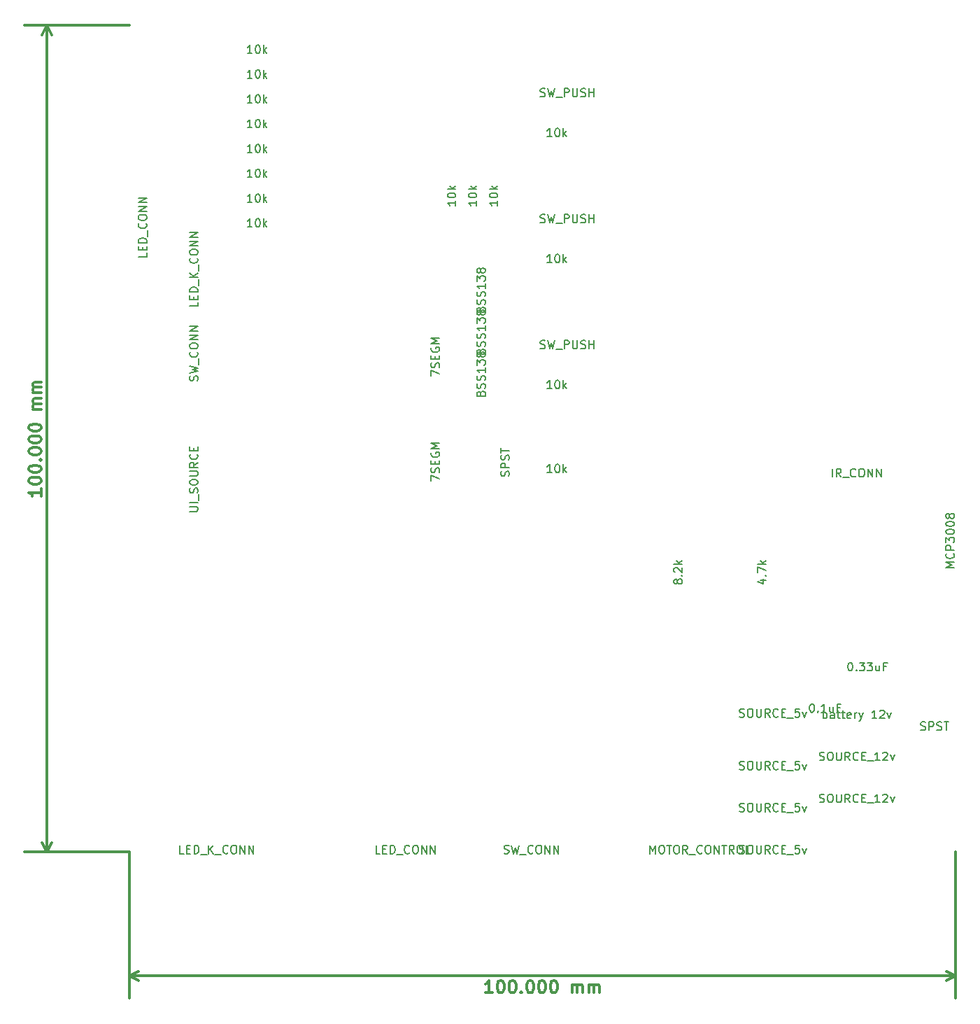
<source format=gbr>
G04 #@! TF.FileFunction,Other,Fab,Top*
%FSLAX46Y46*%
G04 Gerber Fmt 4.6, Leading zero omitted, Abs format (unit mm)*
G04 Created by KiCad (PCBNEW 4.0.2+dfsg1-stable) date 2019年09月16日 21時23分18秒*
%MOMM*%
G01*
G04 APERTURE LIST*
%ADD10C,0.100000*%
%ADD11C,0.300000*%
%ADD12C,0.150000*%
G04 APERTURE END LIST*
D10*
D11*
X68928573Y-187028571D02*
X68071430Y-187028571D01*
X68500002Y-187028571D02*
X68500002Y-185528571D01*
X68357145Y-185742857D01*
X68214287Y-185885714D01*
X68071430Y-185957143D01*
X69857144Y-185528571D02*
X70000001Y-185528571D01*
X70142858Y-185600000D01*
X70214287Y-185671429D01*
X70285716Y-185814286D01*
X70357144Y-186100000D01*
X70357144Y-186457143D01*
X70285716Y-186742857D01*
X70214287Y-186885714D01*
X70142858Y-186957143D01*
X70000001Y-187028571D01*
X69857144Y-187028571D01*
X69714287Y-186957143D01*
X69642858Y-186885714D01*
X69571430Y-186742857D01*
X69500001Y-186457143D01*
X69500001Y-186100000D01*
X69571430Y-185814286D01*
X69642858Y-185671429D01*
X69714287Y-185600000D01*
X69857144Y-185528571D01*
X71285715Y-185528571D02*
X71428572Y-185528571D01*
X71571429Y-185600000D01*
X71642858Y-185671429D01*
X71714287Y-185814286D01*
X71785715Y-186100000D01*
X71785715Y-186457143D01*
X71714287Y-186742857D01*
X71642858Y-186885714D01*
X71571429Y-186957143D01*
X71428572Y-187028571D01*
X71285715Y-187028571D01*
X71142858Y-186957143D01*
X71071429Y-186885714D01*
X71000001Y-186742857D01*
X70928572Y-186457143D01*
X70928572Y-186100000D01*
X71000001Y-185814286D01*
X71071429Y-185671429D01*
X71142858Y-185600000D01*
X71285715Y-185528571D01*
X72428572Y-186885714D02*
X72500000Y-186957143D01*
X72428572Y-187028571D01*
X72357143Y-186957143D01*
X72428572Y-186885714D01*
X72428572Y-187028571D01*
X73428572Y-185528571D02*
X73571429Y-185528571D01*
X73714286Y-185600000D01*
X73785715Y-185671429D01*
X73857144Y-185814286D01*
X73928572Y-186100000D01*
X73928572Y-186457143D01*
X73857144Y-186742857D01*
X73785715Y-186885714D01*
X73714286Y-186957143D01*
X73571429Y-187028571D01*
X73428572Y-187028571D01*
X73285715Y-186957143D01*
X73214286Y-186885714D01*
X73142858Y-186742857D01*
X73071429Y-186457143D01*
X73071429Y-186100000D01*
X73142858Y-185814286D01*
X73214286Y-185671429D01*
X73285715Y-185600000D01*
X73428572Y-185528571D01*
X74857143Y-185528571D02*
X75000000Y-185528571D01*
X75142857Y-185600000D01*
X75214286Y-185671429D01*
X75285715Y-185814286D01*
X75357143Y-186100000D01*
X75357143Y-186457143D01*
X75285715Y-186742857D01*
X75214286Y-186885714D01*
X75142857Y-186957143D01*
X75000000Y-187028571D01*
X74857143Y-187028571D01*
X74714286Y-186957143D01*
X74642857Y-186885714D01*
X74571429Y-186742857D01*
X74500000Y-186457143D01*
X74500000Y-186100000D01*
X74571429Y-185814286D01*
X74642857Y-185671429D01*
X74714286Y-185600000D01*
X74857143Y-185528571D01*
X76285714Y-185528571D02*
X76428571Y-185528571D01*
X76571428Y-185600000D01*
X76642857Y-185671429D01*
X76714286Y-185814286D01*
X76785714Y-186100000D01*
X76785714Y-186457143D01*
X76714286Y-186742857D01*
X76642857Y-186885714D01*
X76571428Y-186957143D01*
X76428571Y-187028571D01*
X76285714Y-187028571D01*
X76142857Y-186957143D01*
X76071428Y-186885714D01*
X76000000Y-186742857D01*
X75928571Y-186457143D01*
X75928571Y-186100000D01*
X76000000Y-185814286D01*
X76071428Y-185671429D01*
X76142857Y-185600000D01*
X76285714Y-185528571D01*
X78571428Y-187028571D02*
X78571428Y-186028571D01*
X78571428Y-186171429D02*
X78642856Y-186100000D01*
X78785714Y-186028571D01*
X78999999Y-186028571D01*
X79142856Y-186100000D01*
X79214285Y-186242857D01*
X79214285Y-187028571D01*
X79214285Y-186242857D02*
X79285714Y-186100000D01*
X79428571Y-186028571D01*
X79642856Y-186028571D01*
X79785714Y-186100000D01*
X79857142Y-186242857D01*
X79857142Y-187028571D01*
X80571428Y-187028571D02*
X80571428Y-186028571D01*
X80571428Y-186171429D02*
X80642856Y-186100000D01*
X80785714Y-186028571D01*
X80999999Y-186028571D01*
X81142856Y-186100000D01*
X81214285Y-186242857D01*
X81214285Y-187028571D01*
X81214285Y-186242857D02*
X81285714Y-186100000D01*
X81428571Y-186028571D01*
X81642856Y-186028571D01*
X81785714Y-186100000D01*
X81857142Y-186242857D01*
X81857142Y-187028571D01*
X25000000Y-185000000D02*
X125000000Y-185000000D01*
X25000000Y-170000000D02*
X25000000Y-187700000D01*
X125000000Y-170000000D02*
X125000000Y-187700000D01*
X125000000Y-185000000D02*
X123873496Y-185586421D01*
X125000000Y-185000000D02*
X123873496Y-184413579D01*
X25000000Y-185000000D02*
X26126504Y-185586421D01*
X25000000Y-185000000D02*
X26126504Y-184413579D01*
X14328571Y-126071427D02*
X14328571Y-126928570D01*
X14328571Y-126499998D02*
X12828571Y-126499998D01*
X13042857Y-126642855D01*
X13185714Y-126785713D01*
X13257143Y-126928570D01*
X12828571Y-125142856D02*
X12828571Y-124999999D01*
X12900000Y-124857142D01*
X12971429Y-124785713D01*
X13114286Y-124714284D01*
X13400000Y-124642856D01*
X13757143Y-124642856D01*
X14042857Y-124714284D01*
X14185714Y-124785713D01*
X14257143Y-124857142D01*
X14328571Y-124999999D01*
X14328571Y-125142856D01*
X14257143Y-125285713D01*
X14185714Y-125357142D01*
X14042857Y-125428570D01*
X13757143Y-125499999D01*
X13400000Y-125499999D01*
X13114286Y-125428570D01*
X12971429Y-125357142D01*
X12900000Y-125285713D01*
X12828571Y-125142856D01*
X12828571Y-123714285D02*
X12828571Y-123571428D01*
X12900000Y-123428571D01*
X12971429Y-123357142D01*
X13114286Y-123285713D01*
X13400000Y-123214285D01*
X13757143Y-123214285D01*
X14042857Y-123285713D01*
X14185714Y-123357142D01*
X14257143Y-123428571D01*
X14328571Y-123571428D01*
X14328571Y-123714285D01*
X14257143Y-123857142D01*
X14185714Y-123928571D01*
X14042857Y-123999999D01*
X13757143Y-124071428D01*
X13400000Y-124071428D01*
X13114286Y-123999999D01*
X12971429Y-123928571D01*
X12900000Y-123857142D01*
X12828571Y-123714285D01*
X14185714Y-122571428D02*
X14257143Y-122500000D01*
X14328571Y-122571428D01*
X14257143Y-122642857D01*
X14185714Y-122571428D01*
X14328571Y-122571428D01*
X12828571Y-121571428D02*
X12828571Y-121428571D01*
X12900000Y-121285714D01*
X12971429Y-121214285D01*
X13114286Y-121142856D01*
X13400000Y-121071428D01*
X13757143Y-121071428D01*
X14042857Y-121142856D01*
X14185714Y-121214285D01*
X14257143Y-121285714D01*
X14328571Y-121428571D01*
X14328571Y-121571428D01*
X14257143Y-121714285D01*
X14185714Y-121785714D01*
X14042857Y-121857142D01*
X13757143Y-121928571D01*
X13400000Y-121928571D01*
X13114286Y-121857142D01*
X12971429Y-121785714D01*
X12900000Y-121714285D01*
X12828571Y-121571428D01*
X12828571Y-120142857D02*
X12828571Y-120000000D01*
X12900000Y-119857143D01*
X12971429Y-119785714D01*
X13114286Y-119714285D01*
X13400000Y-119642857D01*
X13757143Y-119642857D01*
X14042857Y-119714285D01*
X14185714Y-119785714D01*
X14257143Y-119857143D01*
X14328571Y-120000000D01*
X14328571Y-120142857D01*
X14257143Y-120285714D01*
X14185714Y-120357143D01*
X14042857Y-120428571D01*
X13757143Y-120500000D01*
X13400000Y-120500000D01*
X13114286Y-120428571D01*
X12971429Y-120357143D01*
X12900000Y-120285714D01*
X12828571Y-120142857D01*
X12828571Y-118714286D02*
X12828571Y-118571429D01*
X12900000Y-118428572D01*
X12971429Y-118357143D01*
X13114286Y-118285714D01*
X13400000Y-118214286D01*
X13757143Y-118214286D01*
X14042857Y-118285714D01*
X14185714Y-118357143D01*
X14257143Y-118428572D01*
X14328571Y-118571429D01*
X14328571Y-118714286D01*
X14257143Y-118857143D01*
X14185714Y-118928572D01*
X14042857Y-119000000D01*
X13757143Y-119071429D01*
X13400000Y-119071429D01*
X13114286Y-119000000D01*
X12971429Y-118928572D01*
X12900000Y-118857143D01*
X12828571Y-118714286D01*
X14328571Y-116428572D02*
X13328571Y-116428572D01*
X13471429Y-116428572D02*
X13400000Y-116357144D01*
X13328571Y-116214286D01*
X13328571Y-116000001D01*
X13400000Y-115857144D01*
X13542857Y-115785715D01*
X14328571Y-115785715D01*
X13542857Y-115785715D02*
X13400000Y-115714286D01*
X13328571Y-115571429D01*
X13328571Y-115357144D01*
X13400000Y-115214286D01*
X13542857Y-115142858D01*
X14328571Y-115142858D01*
X14328571Y-114428572D02*
X13328571Y-114428572D01*
X13471429Y-114428572D02*
X13400000Y-114357144D01*
X13328571Y-114214286D01*
X13328571Y-114000001D01*
X13400000Y-113857144D01*
X13542857Y-113785715D01*
X14328571Y-113785715D01*
X13542857Y-113785715D02*
X13400000Y-113714286D01*
X13328571Y-113571429D01*
X13328571Y-113357144D01*
X13400000Y-113214286D01*
X13542857Y-113142858D01*
X14328571Y-113142858D01*
X15000000Y-170000000D02*
X15000000Y-70000000D01*
X25000000Y-170000000D02*
X12300000Y-170000000D01*
X25000000Y-70000000D02*
X12300000Y-70000000D01*
X15000000Y-70000000D02*
X15586421Y-71126504D01*
X15000000Y-70000000D02*
X14413579Y-71126504D01*
X15000000Y-170000000D02*
X15586421Y-168873496D01*
X15000000Y-170000000D02*
X14413579Y-168873496D01*
D12*
X112200952Y-147082381D02*
X112296191Y-147082381D01*
X112391429Y-147130000D01*
X112439048Y-147177619D01*
X112486667Y-147272857D01*
X112534286Y-147463333D01*
X112534286Y-147701429D01*
X112486667Y-147891905D01*
X112439048Y-147987143D01*
X112391429Y-148034762D01*
X112296191Y-148082381D01*
X112200952Y-148082381D01*
X112105714Y-148034762D01*
X112058095Y-147987143D01*
X112010476Y-147891905D01*
X111962857Y-147701429D01*
X111962857Y-147463333D01*
X112010476Y-147272857D01*
X112058095Y-147177619D01*
X112105714Y-147130000D01*
X112200952Y-147082381D01*
X112962857Y-147987143D02*
X113010476Y-148034762D01*
X112962857Y-148082381D01*
X112915238Y-148034762D01*
X112962857Y-147987143D01*
X112962857Y-148082381D01*
X113343809Y-147082381D02*
X113962857Y-147082381D01*
X113629523Y-147463333D01*
X113772381Y-147463333D01*
X113867619Y-147510952D01*
X113915238Y-147558571D01*
X113962857Y-147653810D01*
X113962857Y-147891905D01*
X113915238Y-147987143D01*
X113867619Y-148034762D01*
X113772381Y-148082381D01*
X113486666Y-148082381D01*
X113391428Y-148034762D01*
X113343809Y-147987143D01*
X114296190Y-147082381D02*
X114915238Y-147082381D01*
X114581904Y-147463333D01*
X114724762Y-147463333D01*
X114820000Y-147510952D01*
X114867619Y-147558571D01*
X114915238Y-147653810D01*
X114915238Y-147891905D01*
X114867619Y-147987143D01*
X114820000Y-148034762D01*
X114724762Y-148082381D01*
X114439047Y-148082381D01*
X114343809Y-148034762D01*
X114296190Y-147987143D01*
X115772381Y-147415714D02*
X115772381Y-148082381D01*
X115343809Y-147415714D02*
X115343809Y-147939524D01*
X115391428Y-148034762D01*
X115486666Y-148082381D01*
X115629524Y-148082381D01*
X115724762Y-148034762D01*
X115772381Y-147987143D01*
X116581905Y-147558571D02*
X116248571Y-147558571D01*
X116248571Y-148082381D02*
X116248571Y-147082381D01*
X116724762Y-147082381D01*
X107557143Y-152082381D02*
X107652382Y-152082381D01*
X107747620Y-152130000D01*
X107795239Y-152177619D01*
X107842858Y-152272857D01*
X107890477Y-152463333D01*
X107890477Y-152701429D01*
X107842858Y-152891905D01*
X107795239Y-152987143D01*
X107747620Y-153034762D01*
X107652382Y-153082381D01*
X107557143Y-153082381D01*
X107461905Y-153034762D01*
X107414286Y-152987143D01*
X107366667Y-152891905D01*
X107319048Y-152701429D01*
X107319048Y-152463333D01*
X107366667Y-152272857D01*
X107414286Y-152177619D01*
X107461905Y-152130000D01*
X107557143Y-152082381D01*
X108319048Y-152987143D02*
X108366667Y-153034762D01*
X108319048Y-153082381D01*
X108271429Y-153034762D01*
X108319048Y-152987143D01*
X108319048Y-153082381D01*
X109319048Y-153082381D02*
X108747619Y-153082381D01*
X109033333Y-153082381D02*
X109033333Y-152082381D01*
X108938095Y-152225238D01*
X108842857Y-152320476D01*
X108747619Y-152368095D01*
X110176191Y-152415714D02*
X110176191Y-153082381D01*
X109747619Y-152415714D02*
X109747619Y-152939524D01*
X109795238Y-153034762D01*
X109890476Y-153082381D01*
X110033334Y-153082381D01*
X110128572Y-153034762D01*
X110176191Y-152987143D01*
X110985715Y-152558571D02*
X110652381Y-152558571D01*
X110652381Y-153082381D02*
X110652381Y-152082381D01*
X111128572Y-152082381D01*
X108530000Y-158864762D02*
X108672857Y-158912381D01*
X108910953Y-158912381D01*
X109006191Y-158864762D01*
X109053810Y-158817143D01*
X109101429Y-158721905D01*
X109101429Y-158626667D01*
X109053810Y-158531429D01*
X109006191Y-158483810D01*
X108910953Y-158436190D01*
X108720476Y-158388571D01*
X108625238Y-158340952D01*
X108577619Y-158293333D01*
X108530000Y-158198095D01*
X108530000Y-158102857D01*
X108577619Y-158007619D01*
X108625238Y-157960000D01*
X108720476Y-157912381D01*
X108958572Y-157912381D01*
X109101429Y-157960000D01*
X109720476Y-157912381D02*
X109910953Y-157912381D01*
X110006191Y-157960000D01*
X110101429Y-158055238D01*
X110149048Y-158245714D01*
X110149048Y-158579048D01*
X110101429Y-158769524D01*
X110006191Y-158864762D01*
X109910953Y-158912381D01*
X109720476Y-158912381D01*
X109625238Y-158864762D01*
X109530000Y-158769524D01*
X109482381Y-158579048D01*
X109482381Y-158245714D01*
X109530000Y-158055238D01*
X109625238Y-157960000D01*
X109720476Y-157912381D01*
X110577619Y-157912381D02*
X110577619Y-158721905D01*
X110625238Y-158817143D01*
X110672857Y-158864762D01*
X110768095Y-158912381D01*
X110958572Y-158912381D01*
X111053810Y-158864762D01*
X111101429Y-158817143D01*
X111149048Y-158721905D01*
X111149048Y-157912381D01*
X112196667Y-158912381D02*
X111863333Y-158436190D01*
X111625238Y-158912381D02*
X111625238Y-157912381D01*
X112006191Y-157912381D01*
X112101429Y-157960000D01*
X112149048Y-158007619D01*
X112196667Y-158102857D01*
X112196667Y-158245714D01*
X112149048Y-158340952D01*
X112101429Y-158388571D01*
X112006191Y-158436190D01*
X111625238Y-158436190D01*
X113196667Y-158817143D02*
X113149048Y-158864762D01*
X113006191Y-158912381D01*
X112910953Y-158912381D01*
X112768095Y-158864762D01*
X112672857Y-158769524D01*
X112625238Y-158674286D01*
X112577619Y-158483810D01*
X112577619Y-158340952D01*
X112625238Y-158150476D01*
X112672857Y-158055238D01*
X112768095Y-157960000D01*
X112910953Y-157912381D01*
X113006191Y-157912381D01*
X113149048Y-157960000D01*
X113196667Y-158007619D01*
X113625238Y-158388571D02*
X113958572Y-158388571D01*
X114101429Y-158912381D02*
X113625238Y-158912381D01*
X113625238Y-157912381D01*
X114101429Y-157912381D01*
X114291905Y-159007619D02*
X115053810Y-159007619D01*
X115815715Y-158912381D02*
X115244286Y-158912381D01*
X115530000Y-158912381D02*
X115530000Y-157912381D01*
X115434762Y-158055238D01*
X115339524Y-158150476D01*
X115244286Y-158198095D01*
X116196667Y-158007619D02*
X116244286Y-157960000D01*
X116339524Y-157912381D01*
X116577620Y-157912381D01*
X116672858Y-157960000D01*
X116720477Y-158007619D01*
X116768096Y-158102857D01*
X116768096Y-158198095D01*
X116720477Y-158340952D01*
X116149048Y-158912381D01*
X116768096Y-158912381D01*
X117101429Y-158245714D02*
X117339524Y-158912381D01*
X117577620Y-158245714D01*
X108530000Y-163944762D02*
X108672857Y-163992381D01*
X108910953Y-163992381D01*
X109006191Y-163944762D01*
X109053810Y-163897143D01*
X109101429Y-163801905D01*
X109101429Y-163706667D01*
X109053810Y-163611429D01*
X109006191Y-163563810D01*
X108910953Y-163516190D01*
X108720476Y-163468571D01*
X108625238Y-163420952D01*
X108577619Y-163373333D01*
X108530000Y-163278095D01*
X108530000Y-163182857D01*
X108577619Y-163087619D01*
X108625238Y-163040000D01*
X108720476Y-162992381D01*
X108958572Y-162992381D01*
X109101429Y-163040000D01*
X109720476Y-162992381D02*
X109910953Y-162992381D01*
X110006191Y-163040000D01*
X110101429Y-163135238D01*
X110149048Y-163325714D01*
X110149048Y-163659048D01*
X110101429Y-163849524D01*
X110006191Y-163944762D01*
X109910953Y-163992381D01*
X109720476Y-163992381D01*
X109625238Y-163944762D01*
X109530000Y-163849524D01*
X109482381Y-163659048D01*
X109482381Y-163325714D01*
X109530000Y-163135238D01*
X109625238Y-163040000D01*
X109720476Y-162992381D01*
X110577619Y-162992381D02*
X110577619Y-163801905D01*
X110625238Y-163897143D01*
X110672857Y-163944762D01*
X110768095Y-163992381D01*
X110958572Y-163992381D01*
X111053810Y-163944762D01*
X111101429Y-163897143D01*
X111149048Y-163801905D01*
X111149048Y-162992381D01*
X112196667Y-163992381D02*
X111863333Y-163516190D01*
X111625238Y-163992381D02*
X111625238Y-162992381D01*
X112006191Y-162992381D01*
X112101429Y-163040000D01*
X112149048Y-163087619D01*
X112196667Y-163182857D01*
X112196667Y-163325714D01*
X112149048Y-163420952D01*
X112101429Y-163468571D01*
X112006191Y-163516190D01*
X111625238Y-163516190D01*
X113196667Y-163897143D02*
X113149048Y-163944762D01*
X113006191Y-163992381D01*
X112910953Y-163992381D01*
X112768095Y-163944762D01*
X112672857Y-163849524D01*
X112625238Y-163754286D01*
X112577619Y-163563810D01*
X112577619Y-163420952D01*
X112625238Y-163230476D01*
X112672857Y-163135238D01*
X112768095Y-163040000D01*
X112910953Y-162992381D01*
X113006191Y-162992381D01*
X113149048Y-163040000D01*
X113196667Y-163087619D01*
X113625238Y-163468571D02*
X113958572Y-163468571D01*
X114101429Y-163992381D02*
X113625238Y-163992381D01*
X113625238Y-162992381D01*
X114101429Y-162992381D01*
X114291905Y-164087619D02*
X115053810Y-164087619D01*
X115815715Y-163992381D02*
X115244286Y-163992381D01*
X115530000Y-163992381D02*
X115530000Y-162992381D01*
X115434762Y-163135238D01*
X115339524Y-163230476D01*
X115244286Y-163278095D01*
X116196667Y-163087619D02*
X116244286Y-163040000D01*
X116339524Y-162992381D01*
X116577620Y-162992381D01*
X116672858Y-163040000D01*
X116720477Y-163087619D01*
X116768096Y-163182857D01*
X116768096Y-163278095D01*
X116720477Y-163420952D01*
X116149048Y-163992381D01*
X116768096Y-163992381D01*
X117101429Y-163325714D02*
X117339524Y-163992381D01*
X117577620Y-163325714D01*
X108958570Y-153832381D02*
X108958570Y-152832381D01*
X108958570Y-153213333D02*
X109053808Y-153165714D01*
X109244285Y-153165714D01*
X109339523Y-153213333D01*
X109387142Y-153260952D01*
X109434761Y-153356190D01*
X109434761Y-153641905D01*
X109387142Y-153737143D01*
X109339523Y-153784762D01*
X109244285Y-153832381D01*
X109053808Y-153832381D01*
X108958570Y-153784762D01*
X110291904Y-153832381D02*
X110291904Y-153308571D01*
X110244285Y-153213333D01*
X110149047Y-153165714D01*
X109958570Y-153165714D01*
X109863332Y-153213333D01*
X110291904Y-153784762D02*
X110196666Y-153832381D01*
X109958570Y-153832381D01*
X109863332Y-153784762D01*
X109815713Y-153689524D01*
X109815713Y-153594286D01*
X109863332Y-153499048D01*
X109958570Y-153451429D01*
X110196666Y-153451429D01*
X110291904Y-153403810D01*
X110625237Y-153165714D02*
X111006189Y-153165714D01*
X110768094Y-152832381D02*
X110768094Y-153689524D01*
X110815713Y-153784762D01*
X110910951Y-153832381D01*
X111006189Y-153832381D01*
X111196666Y-153165714D02*
X111577618Y-153165714D01*
X111339523Y-152832381D02*
X111339523Y-153689524D01*
X111387142Y-153784762D01*
X111482380Y-153832381D01*
X111577618Y-153832381D01*
X112291905Y-153784762D02*
X112196667Y-153832381D01*
X112006190Y-153832381D01*
X111910952Y-153784762D01*
X111863333Y-153689524D01*
X111863333Y-153308571D01*
X111910952Y-153213333D01*
X112006190Y-153165714D01*
X112196667Y-153165714D01*
X112291905Y-153213333D01*
X112339524Y-153308571D01*
X112339524Y-153403810D01*
X111863333Y-153499048D01*
X112768095Y-153832381D02*
X112768095Y-153165714D01*
X112768095Y-153356190D02*
X112815714Y-153260952D01*
X112863333Y-153213333D01*
X112958571Y-153165714D01*
X113053810Y-153165714D01*
X113291905Y-153165714D02*
X113530000Y-153832381D01*
X113768096Y-153165714D02*
X113530000Y-153832381D01*
X113434762Y-154070476D01*
X113387143Y-154118095D01*
X113291905Y-154165714D01*
X115434763Y-153832381D02*
X114863334Y-153832381D01*
X115149048Y-153832381D02*
X115149048Y-152832381D01*
X115053810Y-152975238D01*
X114958572Y-153070476D01*
X114863334Y-153118095D01*
X115815715Y-152927619D02*
X115863334Y-152880000D01*
X115958572Y-152832381D01*
X116196668Y-152832381D01*
X116291906Y-152880000D01*
X116339525Y-152927619D01*
X116387144Y-153022857D01*
X116387144Y-153118095D01*
X116339525Y-153260952D01*
X115768096Y-153832381D01*
X116387144Y-153832381D01*
X116720477Y-153165714D02*
X116958572Y-153832381D01*
X117196668Y-153165714D01*
X98846190Y-153634762D02*
X98989047Y-153682381D01*
X99227143Y-153682381D01*
X99322381Y-153634762D01*
X99370000Y-153587143D01*
X99417619Y-153491905D01*
X99417619Y-153396667D01*
X99370000Y-153301429D01*
X99322381Y-153253810D01*
X99227143Y-153206190D01*
X99036666Y-153158571D01*
X98941428Y-153110952D01*
X98893809Y-153063333D01*
X98846190Y-152968095D01*
X98846190Y-152872857D01*
X98893809Y-152777619D01*
X98941428Y-152730000D01*
X99036666Y-152682381D01*
X99274762Y-152682381D01*
X99417619Y-152730000D01*
X100036666Y-152682381D02*
X100227143Y-152682381D01*
X100322381Y-152730000D01*
X100417619Y-152825238D01*
X100465238Y-153015714D01*
X100465238Y-153349048D01*
X100417619Y-153539524D01*
X100322381Y-153634762D01*
X100227143Y-153682381D01*
X100036666Y-153682381D01*
X99941428Y-153634762D01*
X99846190Y-153539524D01*
X99798571Y-153349048D01*
X99798571Y-153015714D01*
X99846190Y-152825238D01*
X99941428Y-152730000D01*
X100036666Y-152682381D01*
X100893809Y-152682381D02*
X100893809Y-153491905D01*
X100941428Y-153587143D01*
X100989047Y-153634762D01*
X101084285Y-153682381D01*
X101274762Y-153682381D01*
X101370000Y-153634762D01*
X101417619Y-153587143D01*
X101465238Y-153491905D01*
X101465238Y-152682381D01*
X102512857Y-153682381D02*
X102179523Y-153206190D01*
X101941428Y-153682381D02*
X101941428Y-152682381D01*
X102322381Y-152682381D01*
X102417619Y-152730000D01*
X102465238Y-152777619D01*
X102512857Y-152872857D01*
X102512857Y-153015714D01*
X102465238Y-153110952D01*
X102417619Y-153158571D01*
X102322381Y-153206190D01*
X101941428Y-153206190D01*
X103512857Y-153587143D02*
X103465238Y-153634762D01*
X103322381Y-153682381D01*
X103227143Y-153682381D01*
X103084285Y-153634762D01*
X102989047Y-153539524D01*
X102941428Y-153444286D01*
X102893809Y-153253810D01*
X102893809Y-153110952D01*
X102941428Y-152920476D01*
X102989047Y-152825238D01*
X103084285Y-152730000D01*
X103227143Y-152682381D01*
X103322381Y-152682381D01*
X103465238Y-152730000D01*
X103512857Y-152777619D01*
X103941428Y-153158571D02*
X104274762Y-153158571D01*
X104417619Y-153682381D02*
X103941428Y-153682381D01*
X103941428Y-152682381D01*
X104417619Y-152682381D01*
X104608095Y-153777619D02*
X105370000Y-153777619D01*
X106084286Y-152682381D02*
X105608095Y-152682381D01*
X105560476Y-153158571D01*
X105608095Y-153110952D01*
X105703333Y-153063333D01*
X105941429Y-153063333D01*
X106036667Y-153110952D01*
X106084286Y-153158571D01*
X106131905Y-153253810D01*
X106131905Y-153491905D01*
X106084286Y-153587143D01*
X106036667Y-153634762D01*
X105941429Y-153682381D01*
X105703333Y-153682381D01*
X105608095Y-153634762D01*
X105560476Y-153587143D01*
X106465238Y-153015714D02*
X106703333Y-153682381D01*
X106941429Y-153015714D01*
X98846190Y-159984762D02*
X98989047Y-160032381D01*
X99227143Y-160032381D01*
X99322381Y-159984762D01*
X99370000Y-159937143D01*
X99417619Y-159841905D01*
X99417619Y-159746667D01*
X99370000Y-159651429D01*
X99322381Y-159603810D01*
X99227143Y-159556190D01*
X99036666Y-159508571D01*
X98941428Y-159460952D01*
X98893809Y-159413333D01*
X98846190Y-159318095D01*
X98846190Y-159222857D01*
X98893809Y-159127619D01*
X98941428Y-159080000D01*
X99036666Y-159032381D01*
X99274762Y-159032381D01*
X99417619Y-159080000D01*
X100036666Y-159032381D02*
X100227143Y-159032381D01*
X100322381Y-159080000D01*
X100417619Y-159175238D01*
X100465238Y-159365714D01*
X100465238Y-159699048D01*
X100417619Y-159889524D01*
X100322381Y-159984762D01*
X100227143Y-160032381D01*
X100036666Y-160032381D01*
X99941428Y-159984762D01*
X99846190Y-159889524D01*
X99798571Y-159699048D01*
X99798571Y-159365714D01*
X99846190Y-159175238D01*
X99941428Y-159080000D01*
X100036666Y-159032381D01*
X100893809Y-159032381D02*
X100893809Y-159841905D01*
X100941428Y-159937143D01*
X100989047Y-159984762D01*
X101084285Y-160032381D01*
X101274762Y-160032381D01*
X101370000Y-159984762D01*
X101417619Y-159937143D01*
X101465238Y-159841905D01*
X101465238Y-159032381D01*
X102512857Y-160032381D02*
X102179523Y-159556190D01*
X101941428Y-160032381D02*
X101941428Y-159032381D01*
X102322381Y-159032381D01*
X102417619Y-159080000D01*
X102465238Y-159127619D01*
X102512857Y-159222857D01*
X102512857Y-159365714D01*
X102465238Y-159460952D01*
X102417619Y-159508571D01*
X102322381Y-159556190D01*
X101941428Y-159556190D01*
X103512857Y-159937143D02*
X103465238Y-159984762D01*
X103322381Y-160032381D01*
X103227143Y-160032381D01*
X103084285Y-159984762D01*
X102989047Y-159889524D01*
X102941428Y-159794286D01*
X102893809Y-159603810D01*
X102893809Y-159460952D01*
X102941428Y-159270476D01*
X102989047Y-159175238D01*
X103084285Y-159080000D01*
X103227143Y-159032381D01*
X103322381Y-159032381D01*
X103465238Y-159080000D01*
X103512857Y-159127619D01*
X103941428Y-159508571D02*
X104274762Y-159508571D01*
X104417619Y-160032381D02*
X103941428Y-160032381D01*
X103941428Y-159032381D01*
X104417619Y-159032381D01*
X104608095Y-160127619D02*
X105370000Y-160127619D01*
X106084286Y-159032381D02*
X105608095Y-159032381D01*
X105560476Y-159508571D01*
X105608095Y-159460952D01*
X105703333Y-159413333D01*
X105941429Y-159413333D01*
X106036667Y-159460952D01*
X106084286Y-159508571D01*
X106131905Y-159603810D01*
X106131905Y-159841905D01*
X106084286Y-159937143D01*
X106036667Y-159984762D01*
X105941429Y-160032381D01*
X105703333Y-160032381D01*
X105608095Y-159984762D01*
X105560476Y-159937143D01*
X106465238Y-159365714D02*
X106703333Y-160032381D01*
X106941429Y-159365714D01*
X98846190Y-165064762D02*
X98989047Y-165112381D01*
X99227143Y-165112381D01*
X99322381Y-165064762D01*
X99370000Y-165017143D01*
X99417619Y-164921905D01*
X99417619Y-164826667D01*
X99370000Y-164731429D01*
X99322381Y-164683810D01*
X99227143Y-164636190D01*
X99036666Y-164588571D01*
X98941428Y-164540952D01*
X98893809Y-164493333D01*
X98846190Y-164398095D01*
X98846190Y-164302857D01*
X98893809Y-164207619D01*
X98941428Y-164160000D01*
X99036666Y-164112381D01*
X99274762Y-164112381D01*
X99417619Y-164160000D01*
X100036666Y-164112381D02*
X100227143Y-164112381D01*
X100322381Y-164160000D01*
X100417619Y-164255238D01*
X100465238Y-164445714D01*
X100465238Y-164779048D01*
X100417619Y-164969524D01*
X100322381Y-165064762D01*
X100227143Y-165112381D01*
X100036666Y-165112381D01*
X99941428Y-165064762D01*
X99846190Y-164969524D01*
X99798571Y-164779048D01*
X99798571Y-164445714D01*
X99846190Y-164255238D01*
X99941428Y-164160000D01*
X100036666Y-164112381D01*
X100893809Y-164112381D02*
X100893809Y-164921905D01*
X100941428Y-165017143D01*
X100989047Y-165064762D01*
X101084285Y-165112381D01*
X101274762Y-165112381D01*
X101370000Y-165064762D01*
X101417619Y-165017143D01*
X101465238Y-164921905D01*
X101465238Y-164112381D01*
X102512857Y-165112381D02*
X102179523Y-164636190D01*
X101941428Y-165112381D02*
X101941428Y-164112381D01*
X102322381Y-164112381D01*
X102417619Y-164160000D01*
X102465238Y-164207619D01*
X102512857Y-164302857D01*
X102512857Y-164445714D01*
X102465238Y-164540952D01*
X102417619Y-164588571D01*
X102322381Y-164636190D01*
X101941428Y-164636190D01*
X103512857Y-165017143D02*
X103465238Y-165064762D01*
X103322381Y-165112381D01*
X103227143Y-165112381D01*
X103084285Y-165064762D01*
X102989047Y-164969524D01*
X102941428Y-164874286D01*
X102893809Y-164683810D01*
X102893809Y-164540952D01*
X102941428Y-164350476D01*
X102989047Y-164255238D01*
X103084285Y-164160000D01*
X103227143Y-164112381D01*
X103322381Y-164112381D01*
X103465238Y-164160000D01*
X103512857Y-164207619D01*
X103941428Y-164588571D02*
X104274762Y-164588571D01*
X104417619Y-165112381D02*
X103941428Y-165112381D01*
X103941428Y-164112381D01*
X104417619Y-164112381D01*
X104608095Y-165207619D02*
X105370000Y-165207619D01*
X106084286Y-164112381D02*
X105608095Y-164112381D01*
X105560476Y-164588571D01*
X105608095Y-164540952D01*
X105703333Y-164493333D01*
X105941429Y-164493333D01*
X106036667Y-164540952D01*
X106084286Y-164588571D01*
X106131905Y-164683810D01*
X106131905Y-164921905D01*
X106084286Y-165017143D01*
X106036667Y-165064762D01*
X105941429Y-165112381D01*
X105703333Y-165112381D01*
X105608095Y-165064762D01*
X105560476Y-165017143D01*
X106465238Y-164445714D02*
X106703333Y-165112381D01*
X106941429Y-164445714D01*
X98846190Y-170144762D02*
X98989047Y-170192381D01*
X99227143Y-170192381D01*
X99322381Y-170144762D01*
X99370000Y-170097143D01*
X99417619Y-170001905D01*
X99417619Y-169906667D01*
X99370000Y-169811429D01*
X99322381Y-169763810D01*
X99227143Y-169716190D01*
X99036666Y-169668571D01*
X98941428Y-169620952D01*
X98893809Y-169573333D01*
X98846190Y-169478095D01*
X98846190Y-169382857D01*
X98893809Y-169287619D01*
X98941428Y-169240000D01*
X99036666Y-169192381D01*
X99274762Y-169192381D01*
X99417619Y-169240000D01*
X100036666Y-169192381D02*
X100227143Y-169192381D01*
X100322381Y-169240000D01*
X100417619Y-169335238D01*
X100465238Y-169525714D01*
X100465238Y-169859048D01*
X100417619Y-170049524D01*
X100322381Y-170144762D01*
X100227143Y-170192381D01*
X100036666Y-170192381D01*
X99941428Y-170144762D01*
X99846190Y-170049524D01*
X99798571Y-169859048D01*
X99798571Y-169525714D01*
X99846190Y-169335238D01*
X99941428Y-169240000D01*
X100036666Y-169192381D01*
X100893809Y-169192381D02*
X100893809Y-170001905D01*
X100941428Y-170097143D01*
X100989047Y-170144762D01*
X101084285Y-170192381D01*
X101274762Y-170192381D01*
X101370000Y-170144762D01*
X101417619Y-170097143D01*
X101465238Y-170001905D01*
X101465238Y-169192381D01*
X102512857Y-170192381D02*
X102179523Y-169716190D01*
X101941428Y-170192381D02*
X101941428Y-169192381D01*
X102322381Y-169192381D01*
X102417619Y-169240000D01*
X102465238Y-169287619D01*
X102512857Y-169382857D01*
X102512857Y-169525714D01*
X102465238Y-169620952D01*
X102417619Y-169668571D01*
X102322381Y-169716190D01*
X101941428Y-169716190D01*
X103512857Y-170097143D02*
X103465238Y-170144762D01*
X103322381Y-170192381D01*
X103227143Y-170192381D01*
X103084285Y-170144762D01*
X102989047Y-170049524D01*
X102941428Y-169954286D01*
X102893809Y-169763810D01*
X102893809Y-169620952D01*
X102941428Y-169430476D01*
X102989047Y-169335238D01*
X103084285Y-169240000D01*
X103227143Y-169192381D01*
X103322381Y-169192381D01*
X103465238Y-169240000D01*
X103512857Y-169287619D01*
X103941428Y-169668571D02*
X104274762Y-169668571D01*
X104417619Y-170192381D02*
X103941428Y-170192381D01*
X103941428Y-169192381D01*
X104417619Y-169192381D01*
X104608095Y-170287619D02*
X105370000Y-170287619D01*
X106084286Y-169192381D02*
X105608095Y-169192381D01*
X105560476Y-169668571D01*
X105608095Y-169620952D01*
X105703333Y-169573333D01*
X105941429Y-169573333D01*
X106036667Y-169620952D01*
X106084286Y-169668571D01*
X106131905Y-169763810D01*
X106131905Y-170001905D01*
X106084286Y-170097143D01*
X106036667Y-170144762D01*
X105941429Y-170192381D01*
X105703333Y-170192381D01*
X105608095Y-170144762D01*
X105560476Y-170097143D01*
X106465238Y-169525714D02*
X106703333Y-170192381D01*
X106941429Y-169525714D01*
X110077619Y-124622381D02*
X110077619Y-123622381D01*
X111125238Y-124622381D02*
X110791904Y-124146190D01*
X110553809Y-124622381D02*
X110553809Y-123622381D01*
X110934762Y-123622381D01*
X111030000Y-123670000D01*
X111077619Y-123717619D01*
X111125238Y-123812857D01*
X111125238Y-123955714D01*
X111077619Y-124050952D01*
X111030000Y-124098571D01*
X110934762Y-124146190D01*
X110553809Y-124146190D01*
X111315714Y-124717619D02*
X112077619Y-124717619D01*
X112887143Y-124527143D02*
X112839524Y-124574762D01*
X112696667Y-124622381D01*
X112601429Y-124622381D01*
X112458571Y-124574762D01*
X112363333Y-124479524D01*
X112315714Y-124384286D01*
X112268095Y-124193810D01*
X112268095Y-124050952D01*
X112315714Y-123860476D01*
X112363333Y-123765238D01*
X112458571Y-123670000D01*
X112601429Y-123622381D01*
X112696667Y-123622381D01*
X112839524Y-123670000D01*
X112887143Y-123717619D01*
X113506190Y-123622381D02*
X113696667Y-123622381D01*
X113791905Y-123670000D01*
X113887143Y-123765238D01*
X113934762Y-123955714D01*
X113934762Y-124289048D01*
X113887143Y-124479524D01*
X113791905Y-124574762D01*
X113696667Y-124622381D01*
X113506190Y-124622381D01*
X113410952Y-124574762D01*
X113315714Y-124479524D01*
X113268095Y-124289048D01*
X113268095Y-123955714D01*
X113315714Y-123765238D01*
X113410952Y-123670000D01*
X113506190Y-123622381D01*
X114363333Y-124622381D02*
X114363333Y-123622381D01*
X114934762Y-124622381D01*
X114934762Y-123622381D01*
X115410952Y-124622381D02*
X115410952Y-123622381D01*
X115982381Y-124622381D01*
X115982381Y-123622381D01*
X87980000Y-170192381D02*
X87980000Y-169192381D01*
X88313334Y-169906667D01*
X88646667Y-169192381D01*
X88646667Y-170192381D01*
X89313333Y-169192381D02*
X89503810Y-169192381D01*
X89599048Y-169240000D01*
X89694286Y-169335238D01*
X89741905Y-169525714D01*
X89741905Y-169859048D01*
X89694286Y-170049524D01*
X89599048Y-170144762D01*
X89503810Y-170192381D01*
X89313333Y-170192381D01*
X89218095Y-170144762D01*
X89122857Y-170049524D01*
X89075238Y-169859048D01*
X89075238Y-169525714D01*
X89122857Y-169335238D01*
X89218095Y-169240000D01*
X89313333Y-169192381D01*
X90027619Y-169192381D02*
X90599048Y-169192381D01*
X90313333Y-170192381D02*
X90313333Y-169192381D01*
X91122857Y-169192381D02*
X91313334Y-169192381D01*
X91408572Y-169240000D01*
X91503810Y-169335238D01*
X91551429Y-169525714D01*
X91551429Y-169859048D01*
X91503810Y-170049524D01*
X91408572Y-170144762D01*
X91313334Y-170192381D01*
X91122857Y-170192381D01*
X91027619Y-170144762D01*
X90932381Y-170049524D01*
X90884762Y-169859048D01*
X90884762Y-169525714D01*
X90932381Y-169335238D01*
X91027619Y-169240000D01*
X91122857Y-169192381D01*
X92551429Y-170192381D02*
X92218095Y-169716190D01*
X91980000Y-170192381D02*
X91980000Y-169192381D01*
X92360953Y-169192381D01*
X92456191Y-169240000D01*
X92503810Y-169287619D01*
X92551429Y-169382857D01*
X92551429Y-169525714D01*
X92503810Y-169620952D01*
X92456191Y-169668571D01*
X92360953Y-169716190D01*
X91980000Y-169716190D01*
X92741905Y-170287619D02*
X93503810Y-170287619D01*
X94313334Y-170097143D02*
X94265715Y-170144762D01*
X94122858Y-170192381D01*
X94027620Y-170192381D01*
X93884762Y-170144762D01*
X93789524Y-170049524D01*
X93741905Y-169954286D01*
X93694286Y-169763810D01*
X93694286Y-169620952D01*
X93741905Y-169430476D01*
X93789524Y-169335238D01*
X93884762Y-169240000D01*
X94027620Y-169192381D01*
X94122858Y-169192381D01*
X94265715Y-169240000D01*
X94313334Y-169287619D01*
X94932381Y-169192381D02*
X95122858Y-169192381D01*
X95218096Y-169240000D01*
X95313334Y-169335238D01*
X95360953Y-169525714D01*
X95360953Y-169859048D01*
X95313334Y-170049524D01*
X95218096Y-170144762D01*
X95122858Y-170192381D01*
X94932381Y-170192381D01*
X94837143Y-170144762D01*
X94741905Y-170049524D01*
X94694286Y-169859048D01*
X94694286Y-169525714D01*
X94741905Y-169335238D01*
X94837143Y-169240000D01*
X94932381Y-169192381D01*
X95789524Y-170192381D02*
X95789524Y-169192381D01*
X96360953Y-170192381D01*
X96360953Y-169192381D01*
X96694286Y-169192381D02*
X97265715Y-169192381D01*
X96980000Y-170192381D02*
X96980000Y-169192381D01*
X98170477Y-170192381D02*
X97837143Y-169716190D01*
X97599048Y-170192381D02*
X97599048Y-169192381D01*
X97980001Y-169192381D01*
X98075239Y-169240000D01*
X98122858Y-169287619D01*
X98170477Y-169382857D01*
X98170477Y-169525714D01*
X98122858Y-169620952D01*
X98075239Y-169668571D01*
X97980001Y-169716190D01*
X97599048Y-169716190D01*
X98789524Y-169192381D02*
X98980001Y-169192381D01*
X99075239Y-169240000D01*
X99170477Y-169335238D01*
X99218096Y-169525714D01*
X99218096Y-169859048D01*
X99170477Y-170049524D01*
X99075239Y-170144762D01*
X98980001Y-170192381D01*
X98789524Y-170192381D01*
X98694286Y-170144762D01*
X98599048Y-170049524D01*
X98551429Y-169859048D01*
X98551429Y-169525714D01*
X98599048Y-169335238D01*
X98694286Y-169240000D01*
X98789524Y-169192381D01*
X100122858Y-170192381D02*
X99646667Y-170192381D01*
X99646667Y-169192381D01*
X55324762Y-170192381D02*
X54848571Y-170192381D01*
X54848571Y-169192381D01*
X55658095Y-169668571D02*
X55991429Y-169668571D01*
X56134286Y-170192381D02*
X55658095Y-170192381D01*
X55658095Y-169192381D01*
X56134286Y-169192381D01*
X56562857Y-170192381D02*
X56562857Y-169192381D01*
X56800952Y-169192381D01*
X56943810Y-169240000D01*
X57039048Y-169335238D01*
X57086667Y-169430476D01*
X57134286Y-169620952D01*
X57134286Y-169763810D01*
X57086667Y-169954286D01*
X57039048Y-170049524D01*
X56943810Y-170144762D01*
X56800952Y-170192381D01*
X56562857Y-170192381D01*
X57324762Y-170287619D02*
X58086667Y-170287619D01*
X58896191Y-170097143D02*
X58848572Y-170144762D01*
X58705715Y-170192381D01*
X58610477Y-170192381D01*
X58467619Y-170144762D01*
X58372381Y-170049524D01*
X58324762Y-169954286D01*
X58277143Y-169763810D01*
X58277143Y-169620952D01*
X58324762Y-169430476D01*
X58372381Y-169335238D01*
X58467619Y-169240000D01*
X58610477Y-169192381D01*
X58705715Y-169192381D01*
X58848572Y-169240000D01*
X58896191Y-169287619D01*
X59515238Y-169192381D02*
X59705715Y-169192381D01*
X59800953Y-169240000D01*
X59896191Y-169335238D01*
X59943810Y-169525714D01*
X59943810Y-169859048D01*
X59896191Y-170049524D01*
X59800953Y-170144762D01*
X59705715Y-170192381D01*
X59515238Y-170192381D01*
X59420000Y-170144762D01*
X59324762Y-170049524D01*
X59277143Y-169859048D01*
X59277143Y-169525714D01*
X59324762Y-169335238D01*
X59420000Y-169240000D01*
X59515238Y-169192381D01*
X60372381Y-170192381D02*
X60372381Y-169192381D01*
X60943810Y-170192381D01*
X60943810Y-169192381D01*
X61420000Y-170192381D02*
X61420000Y-169192381D01*
X61991429Y-170192381D01*
X61991429Y-169192381D01*
X70350476Y-170144762D02*
X70493333Y-170192381D01*
X70731429Y-170192381D01*
X70826667Y-170144762D01*
X70874286Y-170097143D01*
X70921905Y-170001905D01*
X70921905Y-169906667D01*
X70874286Y-169811429D01*
X70826667Y-169763810D01*
X70731429Y-169716190D01*
X70540952Y-169668571D01*
X70445714Y-169620952D01*
X70398095Y-169573333D01*
X70350476Y-169478095D01*
X70350476Y-169382857D01*
X70398095Y-169287619D01*
X70445714Y-169240000D01*
X70540952Y-169192381D01*
X70779048Y-169192381D01*
X70921905Y-169240000D01*
X71255238Y-169192381D02*
X71493333Y-170192381D01*
X71683810Y-169478095D01*
X71874286Y-170192381D01*
X72112381Y-169192381D01*
X72255238Y-170287619D02*
X73017143Y-170287619D01*
X73826667Y-170097143D02*
X73779048Y-170144762D01*
X73636191Y-170192381D01*
X73540953Y-170192381D01*
X73398095Y-170144762D01*
X73302857Y-170049524D01*
X73255238Y-169954286D01*
X73207619Y-169763810D01*
X73207619Y-169620952D01*
X73255238Y-169430476D01*
X73302857Y-169335238D01*
X73398095Y-169240000D01*
X73540953Y-169192381D01*
X73636191Y-169192381D01*
X73779048Y-169240000D01*
X73826667Y-169287619D01*
X74445714Y-169192381D02*
X74636191Y-169192381D01*
X74731429Y-169240000D01*
X74826667Y-169335238D01*
X74874286Y-169525714D01*
X74874286Y-169859048D01*
X74826667Y-170049524D01*
X74731429Y-170144762D01*
X74636191Y-170192381D01*
X74445714Y-170192381D01*
X74350476Y-170144762D01*
X74255238Y-170049524D01*
X74207619Y-169859048D01*
X74207619Y-169525714D01*
X74255238Y-169335238D01*
X74350476Y-169240000D01*
X74445714Y-169192381D01*
X75302857Y-170192381D02*
X75302857Y-169192381D01*
X75874286Y-170192381D01*
X75874286Y-169192381D01*
X76350476Y-170192381D02*
X76350476Y-169192381D01*
X76921905Y-170192381D01*
X76921905Y-169192381D01*
X31583810Y-170192381D02*
X31107619Y-170192381D01*
X31107619Y-169192381D01*
X31917143Y-169668571D02*
X32250477Y-169668571D01*
X32393334Y-170192381D02*
X31917143Y-170192381D01*
X31917143Y-169192381D01*
X32393334Y-169192381D01*
X32821905Y-170192381D02*
X32821905Y-169192381D01*
X33060000Y-169192381D01*
X33202858Y-169240000D01*
X33298096Y-169335238D01*
X33345715Y-169430476D01*
X33393334Y-169620952D01*
X33393334Y-169763810D01*
X33345715Y-169954286D01*
X33298096Y-170049524D01*
X33202858Y-170144762D01*
X33060000Y-170192381D01*
X32821905Y-170192381D01*
X33583810Y-170287619D02*
X34345715Y-170287619D01*
X34583810Y-170192381D02*
X34583810Y-169192381D01*
X35155239Y-170192381D02*
X34726667Y-169620952D01*
X35155239Y-169192381D02*
X34583810Y-169763810D01*
X35345715Y-170287619D02*
X36107620Y-170287619D01*
X36917144Y-170097143D02*
X36869525Y-170144762D01*
X36726668Y-170192381D01*
X36631430Y-170192381D01*
X36488572Y-170144762D01*
X36393334Y-170049524D01*
X36345715Y-169954286D01*
X36298096Y-169763810D01*
X36298096Y-169620952D01*
X36345715Y-169430476D01*
X36393334Y-169335238D01*
X36488572Y-169240000D01*
X36631430Y-169192381D01*
X36726668Y-169192381D01*
X36869525Y-169240000D01*
X36917144Y-169287619D01*
X37536191Y-169192381D02*
X37726668Y-169192381D01*
X37821906Y-169240000D01*
X37917144Y-169335238D01*
X37964763Y-169525714D01*
X37964763Y-169859048D01*
X37917144Y-170049524D01*
X37821906Y-170144762D01*
X37726668Y-170192381D01*
X37536191Y-170192381D01*
X37440953Y-170144762D01*
X37345715Y-170049524D01*
X37298096Y-169859048D01*
X37298096Y-169525714D01*
X37345715Y-169335238D01*
X37440953Y-169240000D01*
X37536191Y-169192381D01*
X38393334Y-170192381D02*
X38393334Y-169192381D01*
X38964763Y-170192381D01*
X38964763Y-169192381D01*
X39440953Y-170192381D02*
X39440953Y-169192381D01*
X40012382Y-170192381D01*
X40012382Y-169192381D01*
X32282381Y-128790952D02*
X33091905Y-128790952D01*
X33187143Y-128743333D01*
X33234762Y-128695714D01*
X33282381Y-128600476D01*
X33282381Y-128409999D01*
X33234762Y-128314761D01*
X33187143Y-128267142D01*
X33091905Y-128219523D01*
X32282381Y-128219523D01*
X33282381Y-127743333D02*
X32282381Y-127743333D01*
X33377619Y-127505238D02*
X33377619Y-126743333D01*
X33234762Y-126552857D02*
X33282381Y-126410000D01*
X33282381Y-126171904D01*
X33234762Y-126076666D01*
X33187143Y-126029047D01*
X33091905Y-125981428D01*
X32996667Y-125981428D01*
X32901429Y-126029047D01*
X32853810Y-126076666D01*
X32806190Y-126171904D01*
X32758571Y-126362381D01*
X32710952Y-126457619D01*
X32663333Y-126505238D01*
X32568095Y-126552857D01*
X32472857Y-126552857D01*
X32377619Y-126505238D01*
X32330000Y-126457619D01*
X32282381Y-126362381D01*
X32282381Y-126124285D01*
X32330000Y-125981428D01*
X32282381Y-125362381D02*
X32282381Y-125171904D01*
X32330000Y-125076666D01*
X32425238Y-124981428D01*
X32615714Y-124933809D01*
X32949048Y-124933809D01*
X33139524Y-124981428D01*
X33234762Y-125076666D01*
X33282381Y-125171904D01*
X33282381Y-125362381D01*
X33234762Y-125457619D01*
X33139524Y-125552857D01*
X32949048Y-125600476D01*
X32615714Y-125600476D01*
X32425238Y-125552857D01*
X32330000Y-125457619D01*
X32282381Y-125362381D01*
X32282381Y-124505238D02*
X33091905Y-124505238D01*
X33187143Y-124457619D01*
X33234762Y-124410000D01*
X33282381Y-124314762D01*
X33282381Y-124124285D01*
X33234762Y-124029047D01*
X33187143Y-123981428D01*
X33091905Y-123933809D01*
X32282381Y-123933809D01*
X33282381Y-122886190D02*
X32806190Y-123219524D01*
X33282381Y-123457619D02*
X32282381Y-123457619D01*
X32282381Y-123076666D01*
X32330000Y-122981428D01*
X32377619Y-122933809D01*
X32472857Y-122886190D01*
X32615714Y-122886190D01*
X32710952Y-122933809D01*
X32758571Y-122981428D01*
X32806190Y-123076666D01*
X32806190Y-123457619D01*
X33187143Y-121886190D02*
X33234762Y-121933809D01*
X33282381Y-122076666D01*
X33282381Y-122171904D01*
X33234762Y-122314762D01*
X33139524Y-122410000D01*
X33044286Y-122457619D01*
X32853810Y-122505238D01*
X32710952Y-122505238D01*
X32520476Y-122457619D01*
X32425238Y-122410000D01*
X32330000Y-122314762D01*
X32282381Y-122171904D01*
X32282381Y-122076666D01*
X32330000Y-121933809D01*
X32377619Y-121886190D01*
X32758571Y-121457619D02*
X32758571Y-121124285D01*
X33282381Y-120981428D02*
X33282381Y-121457619D01*
X32282381Y-121457619D01*
X32282381Y-120981428D01*
X33282381Y-103486190D02*
X33282381Y-103962381D01*
X32282381Y-103962381D01*
X32758571Y-103152857D02*
X32758571Y-102819523D01*
X33282381Y-102676666D02*
X33282381Y-103152857D01*
X32282381Y-103152857D01*
X32282381Y-102676666D01*
X33282381Y-102248095D02*
X32282381Y-102248095D01*
X32282381Y-102010000D01*
X32330000Y-101867142D01*
X32425238Y-101771904D01*
X32520476Y-101724285D01*
X32710952Y-101676666D01*
X32853810Y-101676666D01*
X33044286Y-101724285D01*
X33139524Y-101771904D01*
X33234762Y-101867142D01*
X33282381Y-102010000D01*
X33282381Y-102248095D01*
X33377619Y-101486190D02*
X33377619Y-100724285D01*
X33282381Y-100486190D02*
X32282381Y-100486190D01*
X33282381Y-99914761D02*
X32710952Y-100343333D01*
X32282381Y-99914761D02*
X32853810Y-100486190D01*
X33377619Y-99724285D02*
X33377619Y-98962380D01*
X33187143Y-98152856D02*
X33234762Y-98200475D01*
X33282381Y-98343332D01*
X33282381Y-98438570D01*
X33234762Y-98581428D01*
X33139524Y-98676666D01*
X33044286Y-98724285D01*
X32853810Y-98771904D01*
X32710952Y-98771904D01*
X32520476Y-98724285D01*
X32425238Y-98676666D01*
X32330000Y-98581428D01*
X32282381Y-98438570D01*
X32282381Y-98343332D01*
X32330000Y-98200475D01*
X32377619Y-98152856D01*
X32282381Y-97533809D02*
X32282381Y-97343332D01*
X32330000Y-97248094D01*
X32425238Y-97152856D01*
X32615714Y-97105237D01*
X32949048Y-97105237D01*
X33139524Y-97152856D01*
X33234762Y-97248094D01*
X33282381Y-97343332D01*
X33282381Y-97533809D01*
X33234762Y-97629047D01*
X33139524Y-97724285D01*
X32949048Y-97771904D01*
X32615714Y-97771904D01*
X32425238Y-97724285D01*
X32330000Y-97629047D01*
X32282381Y-97533809D01*
X33282381Y-96676666D02*
X32282381Y-96676666D01*
X33282381Y-96105237D01*
X32282381Y-96105237D01*
X33282381Y-95629047D02*
X32282381Y-95629047D01*
X33282381Y-95057618D01*
X32282381Y-95057618D01*
X27082381Y-97525238D02*
X27082381Y-98001429D01*
X26082381Y-98001429D01*
X26558571Y-97191905D02*
X26558571Y-96858571D01*
X27082381Y-96715714D02*
X27082381Y-97191905D01*
X26082381Y-97191905D01*
X26082381Y-96715714D01*
X27082381Y-96287143D02*
X26082381Y-96287143D01*
X26082381Y-96049048D01*
X26130000Y-95906190D01*
X26225238Y-95810952D01*
X26320476Y-95763333D01*
X26510952Y-95715714D01*
X26653810Y-95715714D01*
X26844286Y-95763333D01*
X26939524Y-95810952D01*
X27034762Y-95906190D01*
X27082381Y-96049048D01*
X27082381Y-96287143D01*
X27177619Y-95525238D02*
X27177619Y-94763333D01*
X26987143Y-93953809D02*
X27034762Y-94001428D01*
X27082381Y-94144285D01*
X27082381Y-94239523D01*
X27034762Y-94382381D01*
X26939524Y-94477619D01*
X26844286Y-94525238D01*
X26653810Y-94572857D01*
X26510952Y-94572857D01*
X26320476Y-94525238D01*
X26225238Y-94477619D01*
X26130000Y-94382381D01*
X26082381Y-94239523D01*
X26082381Y-94144285D01*
X26130000Y-94001428D01*
X26177619Y-93953809D01*
X26082381Y-93334762D02*
X26082381Y-93144285D01*
X26130000Y-93049047D01*
X26225238Y-92953809D01*
X26415714Y-92906190D01*
X26749048Y-92906190D01*
X26939524Y-92953809D01*
X27034762Y-93049047D01*
X27082381Y-93144285D01*
X27082381Y-93334762D01*
X27034762Y-93430000D01*
X26939524Y-93525238D01*
X26749048Y-93572857D01*
X26415714Y-93572857D01*
X26225238Y-93525238D01*
X26130000Y-93430000D01*
X26082381Y-93334762D01*
X27082381Y-92477619D02*
X26082381Y-92477619D01*
X27082381Y-91906190D01*
X26082381Y-91906190D01*
X27082381Y-91430000D02*
X26082381Y-91430000D01*
X27082381Y-90858571D01*
X26082381Y-90858571D01*
X33234762Y-112979524D02*
X33282381Y-112836667D01*
X33282381Y-112598571D01*
X33234762Y-112503333D01*
X33187143Y-112455714D01*
X33091905Y-112408095D01*
X32996667Y-112408095D01*
X32901429Y-112455714D01*
X32853810Y-112503333D01*
X32806190Y-112598571D01*
X32758571Y-112789048D01*
X32710952Y-112884286D01*
X32663333Y-112931905D01*
X32568095Y-112979524D01*
X32472857Y-112979524D01*
X32377619Y-112931905D01*
X32330000Y-112884286D01*
X32282381Y-112789048D01*
X32282381Y-112550952D01*
X32330000Y-112408095D01*
X32282381Y-112074762D02*
X33282381Y-111836667D01*
X32568095Y-111646190D01*
X33282381Y-111455714D01*
X32282381Y-111217619D01*
X33377619Y-111074762D02*
X33377619Y-110312857D01*
X33187143Y-109503333D02*
X33234762Y-109550952D01*
X33282381Y-109693809D01*
X33282381Y-109789047D01*
X33234762Y-109931905D01*
X33139524Y-110027143D01*
X33044286Y-110074762D01*
X32853810Y-110122381D01*
X32710952Y-110122381D01*
X32520476Y-110074762D01*
X32425238Y-110027143D01*
X32330000Y-109931905D01*
X32282381Y-109789047D01*
X32282381Y-109693809D01*
X32330000Y-109550952D01*
X32377619Y-109503333D01*
X32282381Y-108884286D02*
X32282381Y-108693809D01*
X32330000Y-108598571D01*
X32425238Y-108503333D01*
X32615714Y-108455714D01*
X32949048Y-108455714D01*
X33139524Y-108503333D01*
X33234762Y-108598571D01*
X33282381Y-108693809D01*
X33282381Y-108884286D01*
X33234762Y-108979524D01*
X33139524Y-109074762D01*
X32949048Y-109122381D01*
X32615714Y-109122381D01*
X32425238Y-109074762D01*
X32330000Y-108979524D01*
X32282381Y-108884286D01*
X33282381Y-108027143D02*
X32282381Y-108027143D01*
X33282381Y-107455714D01*
X32282381Y-107455714D01*
X33282381Y-106979524D02*
X32282381Y-106979524D01*
X33282381Y-106408095D01*
X32282381Y-106408095D01*
X67518571Y-114519523D02*
X67566190Y-114376666D01*
X67613810Y-114329047D01*
X67709048Y-114281428D01*
X67851905Y-114281428D01*
X67947143Y-114329047D01*
X67994762Y-114376666D01*
X68042381Y-114471904D01*
X68042381Y-114852857D01*
X67042381Y-114852857D01*
X67042381Y-114519523D01*
X67090000Y-114424285D01*
X67137619Y-114376666D01*
X67232857Y-114329047D01*
X67328095Y-114329047D01*
X67423333Y-114376666D01*
X67470952Y-114424285D01*
X67518571Y-114519523D01*
X67518571Y-114852857D01*
X67994762Y-113900476D02*
X68042381Y-113757619D01*
X68042381Y-113519523D01*
X67994762Y-113424285D01*
X67947143Y-113376666D01*
X67851905Y-113329047D01*
X67756667Y-113329047D01*
X67661429Y-113376666D01*
X67613810Y-113424285D01*
X67566190Y-113519523D01*
X67518571Y-113710000D01*
X67470952Y-113805238D01*
X67423333Y-113852857D01*
X67328095Y-113900476D01*
X67232857Y-113900476D01*
X67137619Y-113852857D01*
X67090000Y-113805238D01*
X67042381Y-113710000D01*
X67042381Y-113471904D01*
X67090000Y-113329047D01*
X67994762Y-112948095D02*
X68042381Y-112805238D01*
X68042381Y-112567142D01*
X67994762Y-112471904D01*
X67947143Y-112424285D01*
X67851905Y-112376666D01*
X67756667Y-112376666D01*
X67661429Y-112424285D01*
X67613810Y-112471904D01*
X67566190Y-112567142D01*
X67518571Y-112757619D01*
X67470952Y-112852857D01*
X67423333Y-112900476D01*
X67328095Y-112948095D01*
X67232857Y-112948095D01*
X67137619Y-112900476D01*
X67090000Y-112852857D01*
X67042381Y-112757619D01*
X67042381Y-112519523D01*
X67090000Y-112376666D01*
X68042381Y-111424285D02*
X68042381Y-111995714D01*
X68042381Y-111710000D02*
X67042381Y-111710000D01*
X67185238Y-111805238D01*
X67280476Y-111900476D01*
X67328095Y-111995714D01*
X67042381Y-111090952D02*
X67042381Y-110471904D01*
X67423333Y-110805238D01*
X67423333Y-110662380D01*
X67470952Y-110567142D01*
X67518571Y-110519523D01*
X67613810Y-110471904D01*
X67851905Y-110471904D01*
X67947143Y-110519523D01*
X67994762Y-110567142D01*
X68042381Y-110662380D01*
X68042381Y-110948095D01*
X67994762Y-111043333D01*
X67947143Y-111090952D01*
X67470952Y-109900476D02*
X67423333Y-109995714D01*
X67375714Y-110043333D01*
X67280476Y-110090952D01*
X67232857Y-110090952D01*
X67137619Y-110043333D01*
X67090000Y-109995714D01*
X67042381Y-109900476D01*
X67042381Y-109709999D01*
X67090000Y-109614761D01*
X67137619Y-109567142D01*
X67232857Y-109519523D01*
X67280476Y-109519523D01*
X67375714Y-109567142D01*
X67423333Y-109614761D01*
X67470952Y-109709999D01*
X67470952Y-109900476D01*
X67518571Y-109995714D01*
X67566190Y-110043333D01*
X67661429Y-110090952D01*
X67851905Y-110090952D01*
X67947143Y-110043333D01*
X67994762Y-109995714D01*
X68042381Y-109900476D01*
X68042381Y-109709999D01*
X67994762Y-109614761D01*
X67947143Y-109567142D01*
X67851905Y-109519523D01*
X67661429Y-109519523D01*
X67566190Y-109567142D01*
X67518571Y-109614761D01*
X67470952Y-109709999D01*
X67518571Y-109439523D02*
X67566190Y-109296666D01*
X67613810Y-109249047D01*
X67709048Y-109201428D01*
X67851905Y-109201428D01*
X67947143Y-109249047D01*
X67994762Y-109296666D01*
X68042381Y-109391904D01*
X68042381Y-109772857D01*
X67042381Y-109772857D01*
X67042381Y-109439523D01*
X67090000Y-109344285D01*
X67137619Y-109296666D01*
X67232857Y-109249047D01*
X67328095Y-109249047D01*
X67423333Y-109296666D01*
X67470952Y-109344285D01*
X67518571Y-109439523D01*
X67518571Y-109772857D01*
X67994762Y-108820476D02*
X68042381Y-108677619D01*
X68042381Y-108439523D01*
X67994762Y-108344285D01*
X67947143Y-108296666D01*
X67851905Y-108249047D01*
X67756667Y-108249047D01*
X67661429Y-108296666D01*
X67613810Y-108344285D01*
X67566190Y-108439523D01*
X67518571Y-108630000D01*
X67470952Y-108725238D01*
X67423333Y-108772857D01*
X67328095Y-108820476D01*
X67232857Y-108820476D01*
X67137619Y-108772857D01*
X67090000Y-108725238D01*
X67042381Y-108630000D01*
X67042381Y-108391904D01*
X67090000Y-108249047D01*
X67994762Y-107868095D02*
X68042381Y-107725238D01*
X68042381Y-107487142D01*
X67994762Y-107391904D01*
X67947143Y-107344285D01*
X67851905Y-107296666D01*
X67756667Y-107296666D01*
X67661429Y-107344285D01*
X67613810Y-107391904D01*
X67566190Y-107487142D01*
X67518571Y-107677619D01*
X67470952Y-107772857D01*
X67423333Y-107820476D01*
X67328095Y-107868095D01*
X67232857Y-107868095D01*
X67137619Y-107820476D01*
X67090000Y-107772857D01*
X67042381Y-107677619D01*
X67042381Y-107439523D01*
X67090000Y-107296666D01*
X68042381Y-106344285D02*
X68042381Y-106915714D01*
X68042381Y-106630000D02*
X67042381Y-106630000D01*
X67185238Y-106725238D01*
X67280476Y-106820476D01*
X67328095Y-106915714D01*
X67042381Y-106010952D02*
X67042381Y-105391904D01*
X67423333Y-105725238D01*
X67423333Y-105582380D01*
X67470952Y-105487142D01*
X67518571Y-105439523D01*
X67613810Y-105391904D01*
X67851905Y-105391904D01*
X67947143Y-105439523D01*
X67994762Y-105487142D01*
X68042381Y-105582380D01*
X68042381Y-105868095D01*
X67994762Y-105963333D01*
X67947143Y-106010952D01*
X67470952Y-104820476D02*
X67423333Y-104915714D01*
X67375714Y-104963333D01*
X67280476Y-105010952D01*
X67232857Y-105010952D01*
X67137619Y-104963333D01*
X67090000Y-104915714D01*
X67042381Y-104820476D01*
X67042381Y-104629999D01*
X67090000Y-104534761D01*
X67137619Y-104487142D01*
X67232857Y-104439523D01*
X67280476Y-104439523D01*
X67375714Y-104487142D01*
X67423333Y-104534761D01*
X67470952Y-104629999D01*
X67470952Y-104820476D01*
X67518571Y-104915714D01*
X67566190Y-104963333D01*
X67661429Y-105010952D01*
X67851905Y-105010952D01*
X67947143Y-104963333D01*
X67994762Y-104915714D01*
X68042381Y-104820476D01*
X68042381Y-104629999D01*
X67994762Y-104534761D01*
X67947143Y-104487142D01*
X67851905Y-104439523D01*
X67661429Y-104439523D01*
X67566190Y-104487142D01*
X67518571Y-104534761D01*
X67470952Y-104629999D01*
X67518571Y-104359523D02*
X67566190Y-104216666D01*
X67613810Y-104169047D01*
X67709048Y-104121428D01*
X67851905Y-104121428D01*
X67947143Y-104169047D01*
X67994762Y-104216666D01*
X68042381Y-104311904D01*
X68042381Y-104692857D01*
X67042381Y-104692857D01*
X67042381Y-104359523D01*
X67090000Y-104264285D01*
X67137619Y-104216666D01*
X67232857Y-104169047D01*
X67328095Y-104169047D01*
X67423333Y-104216666D01*
X67470952Y-104264285D01*
X67518571Y-104359523D01*
X67518571Y-104692857D01*
X67994762Y-103740476D02*
X68042381Y-103597619D01*
X68042381Y-103359523D01*
X67994762Y-103264285D01*
X67947143Y-103216666D01*
X67851905Y-103169047D01*
X67756667Y-103169047D01*
X67661429Y-103216666D01*
X67613810Y-103264285D01*
X67566190Y-103359523D01*
X67518571Y-103550000D01*
X67470952Y-103645238D01*
X67423333Y-103692857D01*
X67328095Y-103740476D01*
X67232857Y-103740476D01*
X67137619Y-103692857D01*
X67090000Y-103645238D01*
X67042381Y-103550000D01*
X67042381Y-103311904D01*
X67090000Y-103169047D01*
X67994762Y-102788095D02*
X68042381Y-102645238D01*
X68042381Y-102407142D01*
X67994762Y-102311904D01*
X67947143Y-102264285D01*
X67851905Y-102216666D01*
X67756667Y-102216666D01*
X67661429Y-102264285D01*
X67613810Y-102311904D01*
X67566190Y-102407142D01*
X67518571Y-102597619D01*
X67470952Y-102692857D01*
X67423333Y-102740476D01*
X67328095Y-102788095D01*
X67232857Y-102788095D01*
X67137619Y-102740476D01*
X67090000Y-102692857D01*
X67042381Y-102597619D01*
X67042381Y-102359523D01*
X67090000Y-102216666D01*
X68042381Y-101264285D02*
X68042381Y-101835714D01*
X68042381Y-101550000D02*
X67042381Y-101550000D01*
X67185238Y-101645238D01*
X67280476Y-101740476D01*
X67328095Y-101835714D01*
X67042381Y-100930952D02*
X67042381Y-100311904D01*
X67423333Y-100645238D01*
X67423333Y-100502380D01*
X67470952Y-100407142D01*
X67518571Y-100359523D01*
X67613810Y-100311904D01*
X67851905Y-100311904D01*
X67947143Y-100359523D01*
X67994762Y-100407142D01*
X68042381Y-100502380D01*
X68042381Y-100788095D01*
X67994762Y-100883333D01*
X67947143Y-100930952D01*
X67470952Y-99740476D02*
X67423333Y-99835714D01*
X67375714Y-99883333D01*
X67280476Y-99930952D01*
X67232857Y-99930952D01*
X67137619Y-99883333D01*
X67090000Y-99835714D01*
X67042381Y-99740476D01*
X67042381Y-99549999D01*
X67090000Y-99454761D01*
X67137619Y-99407142D01*
X67232857Y-99359523D01*
X67280476Y-99359523D01*
X67375714Y-99407142D01*
X67423333Y-99454761D01*
X67470952Y-99549999D01*
X67470952Y-99740476D01*
X67518571Y-99835714D01*
X67566190Y-99883333D01*
X67661429Y-99930952D01*
X67851905Y-99930952D01*
X67947143Y-99883333D01*
X67994762Y-99835714D01*
X68042381Y-99740476D01*
X68042381Y-99549999D01*
X67994762Y-99454761D01*
X67947143Y-99407142D01*
X67851905Y-99359523D01*
X67661429Y-99359523D01*
X67566190Y-99407142D01*
X67518571Y-99454761D01*
X67470952Y-99549999D01*
X101385714Y-137088571D02*
X102052381Y-137088571D01*
X101004762Y-137326667D02*
X101719048Y-137564762D01*
X101719048Y-136945714D01*
X101957143Y-136564762D02*
X102004762Y-136517143D01*
X102052381Y-136564762D01*
X102004762Y-136612381D01*
X101957143Y-136564762D01*
X102052381Y-136564762D01*
X101052381Y-136183810D02*
X101052381Y-135517143D01*
X102052381Y-135945715D01*
X102052381Y-135136191D02*
X101052381Y-135136191D01*
X101671429Y-135040953D02*
X102052381Y-134755238D01*
X101385714Y-134755238D02*
X101766667Y-135136191D01*
X91320952Y-137374286D02*
X91273333Y-137469524D01*
X91225714Y-137517143D01*
X91130476Y-137564762D01*
X91082857Y-137564762D01*
X90987619Y-137517143D01*
X90940000Y-137469524D01*
X90892381Y-137374286D01*
X90892381Y-137183809D01*
X90940000Y-137088571D01*
X90987619Y-137040952D01*
X91082857Y-136993333D01*
X91130476Y-136993333D01*
X91225714Y-137040952D01*
X91273333Y-137088571D01*
X91320952Y-137183809D01*
X91320952Y-137374286D01*
X91368571Y-137469524D01*
X91416190Y-137517143D01*
X91511429Y-137564762D01*
X91701905Y-137564762D01*
X91797143Y-137517143D01*
X91844762Y-137469524D01*
X91892381Y-137374286D01*
X91892381Y-137183809D01*
X91844762Y-137088571D01*
X91797143Y-137040952D01*
X91701905Y-136993333D01*
X91511429Y-136993333D01*
X91416190Y-137040952D01*
X91368571Y-137088571D01*
X91320952Y-137183809D01*
X91797143Y-136564762D02*
X91844762Y-136517143D01*
X91892381Y-136564762D01*
X91844762Y-136612381D01*
X91797143Y-136564762D01*
X91892381Y-136564762D01*
X90987619Y-136136191D02*
X90940000Y-136088572D01*
X90892381Y-135993334D01*
X90892381Y-135755238D01*
X90940000Y-135660000D01*
X90987619Y-135612381D01*
X91082857Y-135564762D01*
X91178095Y-135564762D01*
X91320952Y-135612381D01*
X91892381Y-136183810D01*
X91892381Y-135564762D01*
X91892381Y-135136191D02*
X90892381Y-135136191D01*
X91511429Y-135040953D02*
X91892381Y-134755238D01*
X91225714Y-134755238D02*
X91606667Y-135136191D01*
X39844762Y-73382381D02*
X39273333Y-73382381D01*
X39559047Y-73382381D02*
X39559047Y-72382381D01*
X39463809Y-72525238D01*
X39368571Y-72620476D01*
X39273333Y-72668095D01*
X40463809Y-72382381D02*
X40559048Y-72382381D01*
X40654286Y-72430000D01*
X40701905Y-72477619D01*
X40749524Y-72572857D01*
X40797143Y-72763333D01*
X40797143Y-73001429D01*
X40749524Y-73191905D01*
X40701905Y-73287143D01*
X40654286Y-73334762D01*
X40559048Y-73382381D01*
X40463809Y-73382381D01*
X40368571Y-73334762D01*
X40320952Y-73287143D01*
X40273333Y-73191905D01*
X40225714Y-73001429D01*
X40225714Y-72763333D01*
X40273333Y-72572857D01*
X40320952Y-72477619D01*
X40368571Y-72430000D01*
X40463809Y-72382381D01*
X41225714Y-73382381D02*
X41225714Y-72382381D01*
X41320952Y-73001429D02*
X41606667Y-73382381D01*
X41606667Y-72715714D02*
X41225714Y-73096667D01*
X39844762Y-76382381D02*
X39273333Y-76382381D01*
X39559047Y-76382381D02*
X39559047Y-75382381D01*
X39463809Y-75525238D01*
X39368571Y-75620476D01*
X39273333Y-75668095D01*
X40463809Y-75382381D02*
X40559048Y-75382381D01*
X40654286Y-75430000D01*
X40701905Y-75477619D01*
X40749524Y-75572857D01*
X40797143Y-75763333D01*
X40797143Y-76001429D01*
X40749524Y-76191905D01*
X40701905Y-76287143D01*
X40654286Y-76334762D01*
X40559048Y-76382381D01*
X40463809Y-76382381D01*
X40368571Y-76334762D01*
X40320952Y-76287143D01*
X40273333Y-76191905D01*
X40225714Y-76001429D01*
X40225714Y-75763333D01*
X40273333Y-75572857D01*
X40320952Y-75477619D01*
X40368571Y-75430000D01*
X40463809Y-75382381D01*
X41225714Y-76382381D02*
X41225714Y-75382381D01*
X41320952Y-76001429D02*
X41606667Y-76382381D01*
X41606667Y-75715714D02*
X41225714Y-76096667D01*
X39844762Y-79382381D02*
X39273333Y-79382381D01*
X39559047Y-79382381D02*
X39559047Y-78382381D01*
X39463809Y-78525238D01*
X39368571Y-78620476D01*
X39273333Y-78668095D01*
X40463809Y-78382381D02*
X40559048Y-78382381D01*
X40654286Y-78430000D01*
X40701905Y-78477619D01*
X40749524Y-78572857D01*
X40797143Y-78763333D01*
X40797143Y-79001429D01*
X40749524Y-79191905D01*
X40701905Y-79287143D01*
X40654286Y-79334762D01*
X40559048Y-79382381D01*
X40463809Y-79382381D01*
X40368571Y-79334762D01*
X40320952Y-79287143D01*
X40273333Y-79191905D01*
X40225714Y-79001429D01*
X40225714Y-78763333D01*
X40273333Y-78572857D01*
X40320952Y-78477619D01*
X40368571Y-78430000D01*
X40463809Y-78382381D01*
X41225714Y-79382381D02*
X41225714Y-78382381D01*
X41320952Y-79001429D02*
X41606667Y-79382381D01*
X41606667Y-78715714D02*
X41225714Y-79096667D01*
X39844762Y-82382381D02*
X39273333Y-82382381D01*
X39559047Y-82382381D02*
X39559047Y-81382381D01*
X39463809Y-81525238D01*
X39368571Y-81620476D01*
X39273333Y-81668095D01*
X40463809Y-81382381D02*
X40559048Y-81382381D01*
X40654286Y-81430000D01*
X40701905Y-81477619D01*
X40749524Y-81572857D01*
X40797143Y-81763333D01*
X40797143Y-82001429D01*
X40749524Y-82191905D01*
X40701905Y-82287143D01*
X40654286Y-82334762D01*
X40559048Y-82382381D01*
X40463809Y-82382381D01*
X40368571Y-82334762D01*
X40320952Y-82287143D01*
X40273333Y-82191905D01*
X40225714Y-82001429D01*
X40225714Y-81763333D01*
X40273333Y-81572857D01*
X40320952Y-81477619D01*
X40368571Y-81430000D01*
X40463809Y-81382381D01*
X41225714Y-82382381D02*
X41225714Y-81382381D01*
X41320952Y-82001429D02*
X41606667Y-82382381D01*
X41606667Y-81715714D02*
X41225714Y-82096667D01*
X39844762Y-85382381D02*
X39273333Y-85382381D01*
X39559047Y-85382381D02*
X39559047Y-84382381D01*
X39463809Y-84525238D01*
X39368571Y-84620476D01*
X39273333Y-84668095D01*
X40463809Y-84382381D02*
X40559048Y-84382381D01*
X40654286Y-84430000D01*
X40701905Y-84477619D01*
X40749524Y-84572857D01*
X40797143Y-84763333D01*
X40797143Y-85001429D01*
X40749524Y-85191905D01*
X40701905Y-85287143D01*
X40654286Y-85334762D01*
X40559048Y-85382381D01*
X40463809Y-85382381D01*
X40368571Y-85334762D01*
X40320952Y-85287143D01*
X40273333Y-85191905D01*
X40225714Y-85001429D01*
X40225714Y-84763333D01*
X40273333Y-84572857D01*
X40320952Y-84477619D01*
X40368571Y-84430000D01*
X40463809Y-84382381D01*
X41225714Y-85382381D02*
X41225714Y-84382381D01*
X41320952Y-85001429D02*
X41606667Y-85382381D01*
X41606667Y-84715714D02*
X41225714Y-85096667D01*
X64472381Y-91215238D02*
X64472381Y-91786667D01*
X64472381Y-91500953D02*
X63472381Y-91500953D01*
X63615238Y-91596191D01*
X63710476Y-91691429D01*
X63758095Y-91786667D01*
X63472381Y-90596191D02*
X63472381Y-90500952D01*
X63520000Y-90405714D01*
X63567619Y-90358095D01*
X63662857Y-90310476D01*
X63853333Y-90262857D01*
X64091429Y-90262857D01*
X64281905Y-90310476D01*
X64377143Y-90358095D01*
X64424762Y-90405714D01*
X64472381Y-90500952D01*
X64472381Y-90596191D01*
X64424762Y-90691429D01*
X64377143Y-90739048D01*
X64281905Y-90786667D01*
X64091429Y-90834286D01*
X63853333Y-90834286D01*
X63662857Y-90786667D01*
X63567619Y-90739048D01*
X63520000Y-90691429D01*
X63472381Y-90596191D01*
X64472381Y-89834286D02*
X63472381Y-89834286D01*
X64091429Y-89739048D02*
X64472381Y-89453333D01*
X63805714Y-89453333D02*
X64186667Y-89834286D01*
X39844762Y-88382381D02*
X39273333Y-88382381D01*
X39559047Y-88382381D02*
X39559047Y-87382381D01*
X39463809Y-87525238D01*
X39368571Y-87620476D01*
X39273333Y-87668095D01*
X40463809Y-87382381D02*
X40559048Y-87382381D01*
X40654286Y-87430000D01*
X40701905Y-87477619D01*
X40749524Y-87572857D01*
X40797143Y-87763333D01*
X40797143Y-88001429D01*
X40749524Y-88191905D01*
X40701905Y-88287143D01*
X40654286Y-88334762D01*
X40559048Y-88382381D01*
X40463809Y-88382381D01*
X40368571Y-88334762D01*
X40320952Y-88287143D01*
X40273333Y-88191905D01*
X40225714Y-88001429D01*
X40225714Y-87763333D01*
X40273333Y-87572857D01*
X40320952Y-87477619D01*
X40368571Y-87430000D01*
X40463809Y-87382381D01*
X41225714Y-88382381D02*
X41225714Y-87382381D01*
X41320952Y-88001429D02*
X41606667Y-88382381D01*
X41606667Y-87715714D02*
X41225714Y-88096667D01*
X39844762Y-91382381D02*
X39273333Y-91382381D01*
X39559047Y-91382381D02*
X39559047Y-90382381D01*
X39463809Y-90525238D01*
X39368571Y-90620476D01*
X39273333Y-90668095D01*
X40463809Y-90382381D02*
X40559048Y-90382381D01*
X40654286Y-90430000D01*
X40701905Y-90477619D01*
X40749524Y-90572857D01*
X40797143Y-90763333D01*
X40797143Y-91001429D01*
X40749524Y-91191905D01*
X40701905Y-91287143D01*
X40654286Y-91334762D01*
X40559048Y-91382381D01*
X40463809Y-91382381D01*
X40368571Y-91334762D01*
X40320952Y-91287143D01*
X40273333Y-91191905D01*
X40225714Y-91001429D01*
X40225714Y-90763333D01*
X40273333Y-90572857D01*
X40320952Y-90477619D01*
X40368571Y-90430000D01*
X40463809Y-90382381D01*
X41225714Y-91382381D02*
X41225714Y-90382381D01*
X41320952Y-91001429D02*
X41606667Y-91382381D01*
X41606667Y-90715714D02*
X41225714Y-91096667D01*
X39844762Y-94382381D02*
X39273333Y-94382381D01*
X39559047Y-94382381D02*
X39559047Y-93382381D01*
X39463809Y-93525238D01*
X39368571Y-93620476D01*
X39273333Y-93668095D01*
X40463809Y-93382381D02*
X40559048Y-93382381D01*
X40654286Y-93430000D01*
X40701905Y-93477619D01*
X40749524Y-93572857D01*
X40797143Y-93763333D01*
X40797143Y-94001429D01*
X40749524Y-94191905D01*
X40701905Y-94287143D01*
X40654286Y-94334762D01*
X40559048Y-94382381D01*
X40463809Y-94382381D01*
X40368571Y-94334762D01*
X40320952Y-94287143D01*
X40273333Y-94191905D01*
X40225714Y-94001429D01*
X40225714Y-93763333D01*
X40273333Y-93572857D01*
X40320952Y-93477619D01*
X40368571Y-93430000D01*
X40463809Y-93382381D01*
X41225714Y-94382381D02*
X41225714Y-93382381D01*
X41320952Y-94001429D02*
X41606667Y-94382381D01*
X41606667Y-93715714D02*
X41225714Y-94096667D01*
X67012381Y-91215238D02*
X67012381Y-91786667D01*
X67012381Y-91500953D02*
X66012381Y-91500953D01*
X66155238Y-91596191D01*
X66250476Y-91691429D01*
X66298095Y-91786667D01*
X66012381Y-90596191D02*
X66012381Y-90500952D01*
X66060000Y-90405714D01*
X66107619Y-90358095D01*
X66202857Y-90310476D01*
X66393333Y-90262857D01*
X66631429Y-90262857D01*
X66821905Y-90310476D01*
X66917143Y-90358095D01*
X66964762Y-90405714D01*
X67012381Y-90500952D01*
X67012381Y-90596191D01*
X66964762Y-90691429D01*
X66917143Y-90739048D01*
X66821905Y-90786667D01*
X66631429Y-90834286D01*
X66393333Y-90834286D01*
X66202857Y-90786667D01*
X66107619Y-90739048D01*
X66060000Y-90691429D01*
X66012381Y-90596191D01*
X67012381Y-89834286D02*
X66012381Y-89834286D01*
X66631429Y-89739048D02*
X67012381Y-89453333D01*
X66345714Y-89453333D02*
X66726667Y-89834286D01*
X76124762Y-124092381D02*
X75553333Y-124092381D01*
X75839047Y-124092381D02*
X75839047Y-123092381D01*
X75743809Y-123235238D01*
X75648571Y-123330476D01*
X75553333Y-123378095D01*
X76743809Y-123092381D02*
X76839048Y-123092381D01*
X76934286Y-123140000D01*
X76981905Y-123187619D01*
X77029524Y-123282857D01*
X77077143Y-123473333D01*
X77077143Y-123711429D01*
X77029524Y-123901905D01*
X76981905Y-123997143D01*
X76934286Y-124044762D01*
X76839048Y-124092381D01*
X76743809Y-124092381D01*
X76648571Y-124044762D01*
X76600952Y-123997143D01*
X76553333Y-123901905D01*
X76505714Y-123711429D01*
X76505714Y-123473333D01*
X76553333Y-123282857D01*
X76600952Y-123187619D01*
X76648571Y-123140000D01*
X76743809Y-123092381D01*
X77505714Y-124092381D02*
X77505714Y-123092381D01*
X77600952Y-123711429D02*
X77886667Y-124092381D01*
X77886667Y-123425714D02*
X77505714Y-123806667D01*
X76124762Y-113932381D02*
X75553333Y-113932381D01*
X75839047Y-113932381D02*
X75839047Y-112932381D01*
X75743809Y-113075238D01*
X75648571Y-113170476D01*
X75553333Y-113218095D01*
X76743809Y-112932381D02*
X76839048Y-112932381D01*
X76934286Y-112980000D01*
X76981905Y-113027619D01*
X77029524Y-113122857D01*
X77077143Y-113313333D01*
X77077143Y-113551429D01*
X77029524Y-113741905D01*
X76981905Y-113837143D01*
X76934286Y-113884762D01*
X76839048Y-113932381D01*
X76743809Y-113932381D01*
X76648571Y-113884762D01*
X76600952Y-113837143D01*
X76553333Y-113741905D01*
X76505714Y-113551429D01*
X76505714Y-113313333D01*
X76553333Y-113122857D01*
X76600952Y-113027619D01*
X76648571Y-112980000D01*
X76743809Y-112932381D01*
X77505714Y-113932381D02*
X77505714Y-112932381D01*
X77600952Y-113551429D02*
X77886667Y-113932381D01*
X77886667Y-113265714D02*
X77505714Y-113646667D01*
X76124762Y-98692381D02*
X75553333Y-98692381D01*
X75839047Y-98692381D02*
X75839047Y-97692381D01*
X75743809Y-97835238D01*
X75648571Y-97930476D01*
X75553333Y-97978095D01*
X76743809Y-97692381D02*
X76839048Y-97692381D01*
X76934286Y-97740000D01*
X76981905Y-97787619D01*
X77029524Y-97882857D01*
X77077143Y-98073333D01*
X77077143Y-98311429D01*
X77029524Y-98501905D01*
X76981905Y-98597143D01*
X76934286Y-98644762D01*
X76839048Y-98692381D01*
X76743809Y-98692381D01*
X76648571Y-98644762D01*
X76600952Y-98597143D01*
X76553333Y-98501905D01*
X76505714Y-98311429D01*
X76505714Y-98073333D01*
X76553333Y-97882857D01*
X76600952Y-97787619D01*
X76648571Y-97740000D01*
X76743809Y-97692381D01*
X77505714Y-98692381D02*
X77505714Y-97692381D01*
X77600952Y-98311429D02*
X77886667Y-98692381D01*
X77886667Y-98025714D02*
X77505714Y-98406667D01*
X76124762Y-83452381D02*
X75553333Y-83452381D01*
X75839047Y-83452381D02*
X75839047Y-82452381D01*
X75743809Y-82595238D01*
X75648571Y-82690476D01*
X75553333Y-82738095D01*
X76743809Y-82452381D02*
X76839048Y-82452381D01*
X76934286Y-82500000D01*
X76981905Y-82547619D01*
X77029524Y-82642857D01*
X77077143Y-82833333D01*
X77077143Y-83071429D01*
X77029524Y-83261905D01*
X76981905Y-83357143D01*
X76934286Y-83404762D01*
X76839048Y-83452381D01*
X76743809Y-83452381D01*
X76648571Y-83404762D01*
X76600952Y-83357143D01*
X76553333Y-83261905D01*
X76505714Y-83071429D01*
X76505714Y-82833333D01*
X76553333Y-82642857D01*
X76600952Y-82547619D01*
X76648571Y-82500000D01*
X76743809Y-82452381D01*
X77505714Y-83452381D02*
X77505714Y-82452381D01*
X77600952Y-83071429D02*
X77886667Y-83452381D01*
X77886667Y-82785714D02*
X77505714Y-83166667D01*
X69552381Y-91215238D02*
X69552381Y-91786667D01*
X69552381Y-91500953D02*
X68552381Y-91500953D01*
X68695238Y-91596191D01*
X68790476Y-91691429D01*
X68838095Y-91786667D01*
X68552381Y-90596191D02*
X68552381Y-90500952D01*
X68600000Y-90405714D01*
X68647619Y-90358095D01*
X68742857Y-90310476D01*
X68933333Y-90262857D01*
X69171429Y-90262857D01*
X69361905Y-90310476D01*
X69457143Y-90358095D01*
X69504762Y-90405714D01*
X69552381Y-90500952D01*
X69552381Y-90596191D01*
X69504762Y-90691429D01*
X69457143Y-90739048D01*
X69361905Y-90786667D01*
X69171429Y-90834286D01*
X68933333Y-90834286D01*
X68742857Y-90786667D01*
X68647619Y-90739048D01*
X68600000Y-90691429D01*
X68552381Y-90596191D01*
X69552381Y-89834286D02*
X68552381Y-89834286D01*
X69171429Y-89739048D02*
X69552381Y-89453333D01*
X68885714Y-89453333D02*
X69266667Y-89834286D01*
X61502381Y-125103333D02*
X61502381Y-124436666D01*
X62502381Y-124865238D01*
X62454762Y-124103333D02*
X62502381Y-123960476D01*
X62502381Y-123722380D01*
X62454762Y-123627142D01*
X62407143Y-123579523D01*
X62311905Y-123531904D01*
X62216667Y-123531904D01*
X62121429Y-123579523D01*
X62073810Y-123627142D01*
X62026190Y-123722380D01*
X61978571Y-123912857D01*
X61930952Y-124008095D01*
X61883333Y-124055714D01*
X61788095Y-124103333D01*
X61692857Y-124103333D01*
X61597619Y-124055714D01*
X61550000Y-124008095D01*
X61502381Y-123912857D01*
X61502381Y-123674761D01*
X61550000Y-123531904D01*
X61978571Y-123103333D02*
X61978571Y-122769999D01*
X62502381Y-122627142D02*
X62502381Y-123103333D01*
X61502381Y-123103333D01*
X61502381Y-122627142D01*
X61550000Y-121674761D02*
X61502381Y-121769999D01*
X61502381Y-121912856D01*
X61550000Y-122055714D01*
X61645238Y-122150952D01*
X61740476Y-122198571D01*
X61930952Y-122246190D01*
X62073810Y-122246190D01*
X62264286Y-122198571D01*
X62359524Y-122150952D01*
X62454762Y-122055714D01*
X62502381Y-121912856D01*
X62502381Y-121817618D01*
X62454762Y-121674761D01*
X62407143Y-121627142D01*
X62073810Y-121627142D01*
X62073810Y-121817618D01*
X62502381Y-121198571D02*
X61502381Y-121198571D01*
X62216667Y-120865237D01*
X61502381Y-120531904D01*
X62502381Y-120531904D01*
X61502381Y-112403333D02*
X61502381Y-111736666D01*
X62502381Y-112165238D01*
X62454762Y-111403333D02*
X62502381Y-111260476D01*
X62502381Y-111022380D01*
X62454762Y-110927142D01*
X62407143Y-110879523D01*
X62311905Y-110831904D01*
X62216667Y-110831904D01*
X62121429Y-110879523D01*
X62073810Y-110927142D01*
X62026190Y-111022380D01*
X61978571Y-111212857D01*
X61930952Y-111308095D01*
X61883333Y-111355714D01*
X61788095Y-111403333D01*
X61692857Y-111403333D01*
X61597619Y-111355714D01*
X61550000Y-111308095D01*
X61502381Y-111212857D01*
X61502381Y-110974761D01*
X61550000Y-110831904D01*
X61978571Y-110403333D02*
X61978571Y-110069999D01*
X62502381Y-109927142D02*
X62502381Y-110403333D01*
X61502381Y-110403333D01*
X61502381Y-109927142D01*
X61550000Y-108974761D02*
X61502381Y-109069999D01*
X61502381Y-109212856D01*
X61550000Y-109355714D01*
X61645238Y-109450952D01*
X61740476Y-109498571D01*
X61930952Y-109546190D01*
X62073810Y-109546190D01*
X62264286Y-109498571D01*
X62359524Y-109450952D01*
X62454762Y-109355714D01*
X62502381Y-109212856D01*
X62502381Y-109117618D01*
X62454762Y-108974761D01*
X62407143Y-108927142D01*
X62073810Y-108927142D01*
X62073810Y-109117618D01*
X62502381Y-108498571D02*
X61502381Y-108498571D01*
X62216667Y-108165237D01*
X61502381Y-107831904D01*
X62502381Y-107831904D01*
X70914762Y-124512857D02*
X70962381Y-124370000D01*
X70962381Y-124131904D01*
X70914762Y-124036666D01*
X70867143Y-123989047D01*
X70771905Y-123941428D01*
X70676667Y-123941428D01*
X70581429Y-123989047D01*
X70533810Y-124036666D01*
X70486190Y-124131904D01*
X70438571Y-124322381D01*
X70390952Y-124417619D01*
X70343333Y-124465238D01*
X70248095Y-124512857D01*
X70152857Y-124512857D01*
X70057619Y-124465238D01*
X70010000Y-124417619D01*
X69962381Y-124322381D01*
X69962381Y-124084285D01*
X70010000Y-123941428D01*
X70962381Y-123512857D02*
X69962381Y-123512857D01*
X69962381Y-123131904D01*
X70010000Y-123036666D01*
X70057619Y-122989047D01*
X70152857Y-122941428D01*
X70295714Y-122941428D01*
X70390952Y-122989047D01*
X70438571Y-123036666D01*
X70486190Y-123131904D01*
X70486190Y-123512857D01*
X70914762Y-122560476D02*
X70962381Y-122417619D01*
X70962381Y-122179523D01*
X70914762Y-122084285D01*
X70867143Y-122036666D01*
X70771905Y-121989047D01*
X70676667Y-121989047D01*
X70581429Y-122036666D01*
X70533810Y-122084285D01*
X70486190Y-122179523D01*
X70438571Y-122370000D01*
X70390952Y-122465238D01*
X70343333Y-122512857D01*
X70248095Y-122560476D01*
X70152857Y-122560476D01*
X70057619Y-122512857D01*
X70010000Y-122465238D01*
X69962381Y-122370000D01*
X69962381Y-122131904D01*
X70010000Y-121989047D01*
X69962381Y-121703333D02*
X69962381Y-121131904D01*
X70962381Y-121417619D02*
X69962381Y-121417619D01*
X74728095Y-109058762D02*
X74870952Y-109106381D01*
X75109048Y-109106381D01*
X75204286Y-109058762D01*
X75251905Y-109011143D01*
X75299524Y-108915905D01*
X75299524Y-108820667D01*
X75251905Y-108725429D01*
X75204286Y-108677810D01*
X75109048Y-108630190D01*
X74918571Y-108582571D01*
X74823333Y-108534952D01*
X74775714Y-108487333D01*
X74728095Y-108392095D01*
X74728095Y-108296857D01*
X74775714Y-108201619D01*
X74823333Y-108154000D01*
X74918571Y-108106381D01*
X75156667Y-108106381D01*
X75299524Y-108154000D01*
X75632857Y-108106381D02*
X75870952Y-109106381D01*
X76061429Y-108392095D01*
X76251905Y-109106381D01*
X76490000Y-108106381D01*
X76632857Y-109201619D02*
X77394762Y-109201619D01*
X77632857Y-109106381D02*
X77632857Y-108106381D01*
X78013810Y-108106381D01*
X78109048Y-108154000D01*
X78156667Y-108201619D01*
X78204286Y-108296857D01*
X78204286Y-108439714D01*
X78156667Y-108534952D01*
X78109048Y-108582571D01*
X78013810Y-108630190D01*
X77632857Y-108630190D01*
X78632857Y-108106381D02*
X78632857Y-108915905D01*
X78680476Y-109011143D01*
X78728095Y-109058762D01*
X78823333Y-109106381D01*
X79013810Y-109106381D01*
X79109048Y-109058762D01*
X79156667Y-109011143D01*
X79204286Y-108915905D01*
X79204286Y-108106381D01*
X79632857Y-109058762D02*
X79775714Y-109106381D01*
X80013810Y-109106381D01*
X80109048Y-109058762D01*
X80156667Y-109011143D01*
X80204286Y-108915905D01*
X80204286Y-108820667D01*
X80156667Y-108725429D01*
X80109048Y-108677810D01*
X80013810Y-108630190D01*
X79823333Y-108582571D01*
X79728095Y-108534952D01*
X79680476Y-108487333D01*
X79632857Y-108392095D01*
X79632857Y-108296857D01*
X79680476Y-108201619D01*
X79728095Y-108154000D01*
X79823333Y-108106381D01*
X80061429Y-108106381D01*
X80204286Y-108154000D01*
X80632857Y-109106381D02*
X80632857Y-108106381D01*
X80632857Y-108582571D02*
X81204286Y-108582571D01*
X81204286Y-109106381D02*
X81204286Y-108106381D01*
X74728095Y-93818762D02*
X74870952Y-93866381D01*
X75109048Y-93866381D01*
X75204286Y-93818762D01*
X75251905Y-93771143D01*
X75299524Y-93675905D01*
X75299524Y-93580667D01*
X75251905Y-93485429D01*
X75204286Y-93437810D01*
X75109048Y-93390190D01*
X74918571Y-93342571D01*
X74823333Y-93294952D01*
X74775714Y-93247333D01*
X74728095Y-93152095D01*
X74728095Y-93056857D01*
X74775714Y-92961619D01*
X74823333Y-92914000D01*
X74918571Y-92866381D01*
X75156667Y-92866381D01*
X75299524Y-92914000D01*
X75632857Y-92866381D02*
X75870952Y-93866381D01*
X76061429Y-93152095D01*
X76251905Y-93866381D01*
X76490000Y-92866381D01*
X76632857Y-93961619D02*
X77394762Y-93961619D01*
X77632857Y-93866381D02*
X77632857Y-92866381D01*
X78013810Y-92866381D01*
X78109048Y-92914000D01*
X78156667Y-92961619D01*
X78204286Y-93056857D01*
X78204286Y-93199714D01*
X78156667Y-93294952D01*
X78109048Y-93342571D01*
X78013810Y-93390190D01*
X77632857Y-93390190D01*
X78632857Y-92866381D02*
X78632857Y-93675905D01*
X78680476Y-93771143D01*
X78728095Y-93818762D01*
X78823333Y-93866381D01*
X79013810Y-93866381D01*
X79109048Y-93818762D01*
X79156667Y-93771143D01*
X79204286Y-93675905D01*
X79204286Y-92866381D01*
X79632857Y-93818762D02*
X79775714Y-93866381D01*
X80013810Y-93866381D01*
X80109048Y-93818762D01*
X80156667Y-93771143D01*
X80204286Y-93675905D01*
X80204286Y-93580667D01*
X80156667Y-93485429D01*
X80109048Y-93437810D01*
X80013810Y-93390190D01*
X79823333Y-93342571D01*
X79728095Y-93294952D01*
X79680476Y-93247333D01*
X79632857Y-93152095D01*
X79632857Y-93056857D01*
X79680476Y-92961619D01*
X79728095Y-92914000D01*
X79823333Y-92866381D01*
X80061429Y-92866381D01*
X80204286Y-92914000D01*
X80632857Y-93866381D02*
X80632857Y-92866381D01*
X80632857Y-93342571D02*
X81204286Y-93342571D01*
X81204286Y-93866381D02*
X81204286Y-92866381D01*
X74728095Y-78578762D02*
X74870952Y-78626381D01*
X75109048Y-78626381D01*
X75204286Y-78578762D01*
X75251905Y-78531143D01*
X75299524Y-78435905D01*
X75299524Y-78340667D01*
X75251905Y-78245429D01*
X75204286Y-78197810D01*
X75109048Y-78150190D01*
X74918571Y-78102571D01*
X74823333Y-78054952D01*
X74775714Y-78007333D01*
X74728095Y-77912095D01*
X74728095Y-77816857D01*
X74775714Y-77721619D01*
X74823333Y-77674000D01*
X74918571Y-77626381D01*
X75156667Y-77626381D01*
X75299524Y-77674000D01*
X75632857Y-77626381D02*
X75870952Y-78626381D01*
X76061429Y-77912095D01*
X76251905Y-78626381D01*
X76490000Y-77626381D01*
X76632857Y-78721619D02*
X77394762Y-78721619D01*
X77632857Y-78626381D02*
X77632857Y-77626381D01*
X78013810Y-77626381D01*
X78109048Y-77674000D01*
X78156667Y-77721619D01*
X78204286Y-77816857D01*
X78204286Y-77959714D01*
X78156667Y-78054952D01*
X78109048Y-78102571D01*
X78013810Y-78150190D01*
X77632857Y-78150190D01*
X78632857Y-77626381D02*
X78632857Y-78435905D01*
X78680476Y-78531143D01*
X78728095Y-78578762D01*
X78823333Y-78626381D01*
X79013810Y-78626381D01*
X79109048Y-78578762D01*
X79156667Y-78531143D01*
X79204286Y-78435905D01*
X79204286Y-77626381D01*
X79632857Y-78578762D02*
X79775714Y-78626381D01*
X80013810Y-78626381D01*
X80109048Y-78578762D01*
X80156667Y-78531143D01*
X80204286Y-78435905D01*
X80204286Y-78340667D01*
X80156667Y-78245429D01*
X80109048Y-78197810D01*
X80013810Y-78150190D01*
X79823333Y-78102571D01*
X79728095Y-78054952D01*
X79680476Y-78007333D01*
X79632857Y-77912095D01*
X79632857Y-77816857D01*
X79680476Y-77721619D01*
X79728095Y-77674000D01*
X79823333Y-77626381D01*
X80061429Y-77626381D01*
X80204286Y-77674000D01*
X80632857Y-78626381D02*
X80632857Y-77626381D01*
X80632857Y-78102571D02*
X81204286Y-78102571D01*
X81204286Y-78626381D02*
X81204286Y-77626381D01*
X124822381Y-135588095D02*
X123822381Y-135588095D01*
X124536667Y-135254761D01*
X123822381Y-134921428D01*
X124822381Y-134921428D01*
X124727143Y-133873809D02*
X124774762Y-133921428D01*
X124822381Y-134064285D01*
X124822381Y-134159523D01*
X124774762Y-134302381D01*
X124679524Y-134397619D01*
X124584286Y-134445238D01*
X124393810Y-134492857D01*
X124250952Y-134492857D01*
X124060476Y-134445238D01*
X123965238Y-134397619D01*
X123870000Y-134302381D01*
X123822381Y-134159523D01*
X123822381Y-134064285D01*
X123870000Y-133921428D01*
X123917619Y-133873809D01*
X124822381Y-133445238D02*
X123822381Y-133445238D01*
X123822381Y-133064285D01*
X123870000Y-132969047D01*
X123917619Y-132921428D01*
X124012857Y-132873809D01*
X124155714Y-132873809D01*
X124250952Y-132921428D01*
X124298571Y-132969047D01*
X124346190Y-133064285D01*
X124346190Y-133445238D01*
X123822381Y-132540476D02*
X123822381Y-131921428D01*
X124203333Y-132254762D01*
X124203333Y-132111904D01*
X124250952Y-132016666D01*
X124298571Y-131969047D01*
X124393810Y-131921428D01*
X124631905Y-131921428D01*
X124727143Y-131969047D01*
X124774762Y-132016666D01*
X124822381Y-132111904D01*
X124822381Y-132397619D01*
X124774762Y-132492857D01*
X124727143Y-132540476D01*
X123822381Y-131302381D02*
X123822381Y-131207142D01*
X123870000Y-131111904D01*
X123917619Y-131064285D01*
X124012857Y-131016666D01*
X124203333Y-130969047D01*
X124441429Y-130969047D01*
X124631905Y-131016666D01*
X124727143Y-131064285D01*
X124774762Y-131111904D01*
X124822381Y-131207142D01*
X124822381Y-131302381D01*
X124774762Y-131397619D01*
X124727143Y-131445238D01*
X124631905Y-131492857D01*
X124441429Y-131540476D01*
X124203333Y-131540476D01*
X124012857Y-131492857D01*
X123917619Y-131445238D01*
X123870000Y-131397619D01*
X123822381Y-131302381D01*
X123822381Y-130350000D02*
X123822381Y-130254761D01*
X123870000Y-130159523D01*
X123917619Y-130111904D01*
X124012857Y-130064285D01*
X124203333Y-130016666D01*
X124441429Y-130016666D01*
X124631905Y-130064285D01*
X124727143Y-130111904D01*
X124774762Y-130159523D01*
X124822381Y-130254761D01*
X124822381Y-130350000D01*
X124774762Y-130445238D01*
X124727143Y-130492857D01*
X124631905Y-130540476D01*
X124441429Y-130588095D01*
X124203333Y-130588095D01*
X124012857Y-130540476D01*
X123917619Y-130492857D01*
X123870000Y-130445238D01*
X123822381Y-130350000D01*
X124250952Y-129445238D02*
X124203333Y-129540476D01*
X124155714Y-129588095D01*
X124060476Y-129635714D01*
X124012857Y-129635714D01*
X123917619Y-129588095D01*
X123870000Y-129540476D01*
X123822381Y-129445238D01*
X123822381Y-129254761D01*
X123870000Y-129159523D01*
X123917619Y-129111904D01*
X124012857Y-129064285D01*
X124060476Y-129064285D01*
X124155714Y-129111904D01*
X124203333Y-129159523D01*
X124250952Y-129254761D01*
X124250952Y-129445238D01*
X124298571Y-129540476D01*
X124346190Y-129588095D01*
X124441429Y-129635714D01*
X124631905Y-129635714D01*
X124727143Y-129588095D01*
X124774762Y-129540476D01*
X124822381Y-129445238D01*
X124822381Y-129254761D01*
X124774762Y-129159523D01*
X124727143Y-129111904D01*
X124631905Y-129064285D01*
X124441429Y-129064285D01*
X124346190Y-129111904D01*
X124298571Y-129159523D01*
X124250952Y-129254761D01*
X120777143Y-155204762D02*
X120920000Y-155252381D01*
X121158096Y-155252381D01*
X121253334Y-155204762D01*
X121300953Y-155157143D01*
X121348572Y-155061905D01*
X121348572Y-154966667D01*
X121300953Y-154871429D01*
X121253334Y-154823810D01*
X121158096Y-154776190D01*
X120967619Y-154728571D01*
X120872381Y-154680952D01*
X120824762Y-154633333D01*
X120777143Y-154538095D01*
X120777143Y-154442857D01*
X120824762Y-154347619D01*
X120872381Y-154300000D01*
X120967619Y-154252381D01*
X121205715Y-154252381D01*
X121348572Y-154300000D01*
X121777143Y-155252381D02*
X121777143Y-154252381D01*
X122158096Y-154252381D01*
X122253334Y-154300000D01*
X122300953Y-154347619D01*
X122348572Y-154442857D01*
X122348572Y-154585714D01*
X122300953Y-154680952D01*
X122253334Y-154728571D01*
X122158096Y-154776190D01*
X121777143Y-154776190D01*
X122729524Y-155204762D02*
X122872381Y-155252381D01*
X123110477Y-155252381D01*
X123205715Y-155204762D01*
X123253334Y-155157143D01*
X123300953Y-155061905D01*
X123300953Y-154966667D01*
X123253334Y-154871429D01*
X123205715Y-154823810D01*
X123110477Y-154776190D01*
X122920000Y-154728571D01*
X122824762Y-154680952D01*
X122777143Y-154633333D01*
X122729524Y-154538095D01*
X122729524Y-154442857D01*
X122777143Y-154347619D01*
X122824762Y-154300000D01*
X122920000Y-154252381D01*
X123158096Y-154252381D01*
X123300953Y-154300000D01*
X123586667Y-154252381D02*
X124158096Y-154252381D01*
X123872381Y-155252381D02*
X123872381Y-154252381D01*
M02*

</source>
